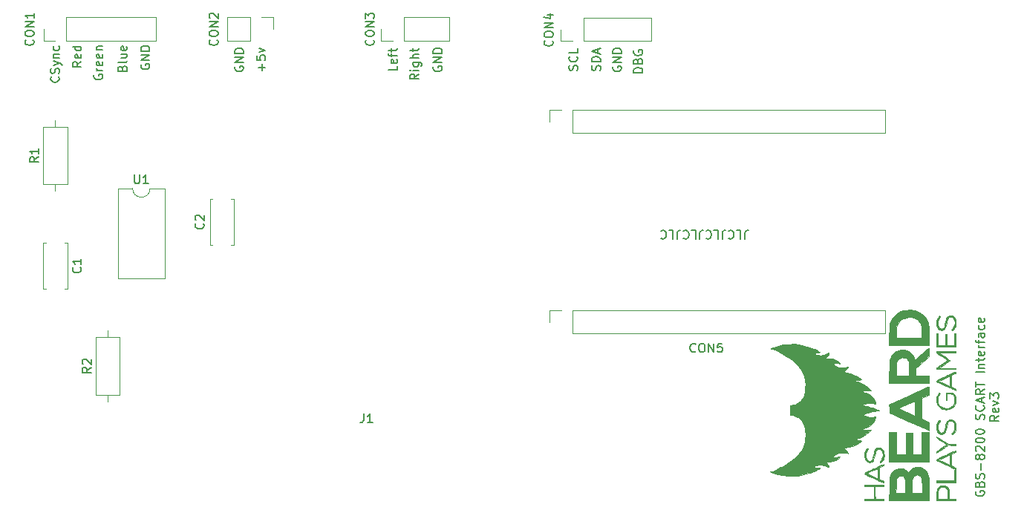
<source format=gbr>
G04 #@! TF.GenerationSoftware,KiCad,Pcbnew,(5.1.5)-3*
G04 #@! TF.CreationDate,2020-07-31T11:24:54+01:00*
G04 #@! TF.ProjectId,SCART_to_GBS8200,53434152-545f-4746-9f5f-474253383230,rev?*
G04 #@! TF.SameCoordinates,Original*
G04 #@! TF.FileFunction,Legend,Top*
G04 #@! TF.FilePolarity,Positive*
%FSLAX46Y46*%
G04 Gerber Fmt 4.6, Leading zero omitted, Abs format (unit mm)*
G04 Created by KiCad (PCBNEW (5.1.5)-3) date 2020-07-31 11:24:54*
%MOMM*%
%LPD*%
G04 APERTURE LIST*
%ADD10C,0.150000*%
%ADD11C,0.120000*%
%ADD12C,0.010000*%
G04 APERTURE END LIST*
D10*
X127452380Y-98461904D02*
X126452380Y-98461904D01*
X126452380Y-98223809D01*
X126500000Y-98080952D01*
X126595238Y-97985714D01*
X126690476Y-97938095D01*
X126880952Y-97890476D01*
X127023809Y-97890476D01*
X127214285Y-97938095D01*
X127309523Y-97985714D01*
X127404761Y-98080952D01*
X127452380Y-98223809D01*
X127452380Y-98461904D01*
X126928571Y-97128571D02*
X126976190Y-96985714D01*
X127023809Y-96938095D01*
X127119047Y-96890476D01*
X127261904Y-96890476D01*
X127357142Y-96938095D01*
X127404761Y-96985714D01*
X127452380Y-97080952D01*
X127452380Y-97461904D01*
X126452380Y-97461904D01*
X126452380Y-97128571D01*
X126500000Y-97033333D01*
X126547619Y-96985714D01*
X126642857Y-96938095D01*
X126738095Y-96938095D01*
X126833333Y-96985714D01*
X126880952Y-97033333D01*
X126928571Y-97128571D01*
X126928571Y-97461904D01*
X126500000Y-95938095D02*
X126452380Y-96033333D01*
X126452380Y-96176190D01*
X126500000Y-96319047D01*
X126595238Y-96414285D01*
X126690476Y-96461904D01*
X126880952Y-96509523D01*
X127023809Y-96509523D01*
X127214285Y-96461904D01*
X127309523Y-96414285D01*
X127404761Y-96319047D01*
X127452380Y-96176190D01*
X127452380Y-96080952D01*
X127404761Y-95938095D01*
X127357142Y-95890476D01*
X127023809Y-95890476D01*
X127023809Y-96080952D01*
X139119047Y-117447619D02*
X139119047Y-116733333D01*
X139166666Y-116590476D01*
X139261904Y-116495238D01*
X139404761Y-116447619D01*
X139500000Y-116447619D01*
X138166666Y-116447619D02*
X138642857Y-116447619D01*
X138642857Y-117447619D01*
X137261904Y-116542857D02*
X137309523Y-116495238D01*
X137452380Y-116447619D01*
X137547619Y-116447619D01*
X137690476Y-116495238D01*
X137785714Y-116590476D01*
X137833333Y-116685714D01*
X137880952Y-116876190D01*
X137880952Y-117019047D01*
X137833333Y-117209523D01*
X137785714Y-117304761D01*
X137690476Y-117400000D01*
X137547619Y-117447619D01*
X137452380Y-117447619D01*
X137309523Y-117400000D01*
X137261904Y-117352380D01*
X136547619Y-117447619D02*
X136547619Y-116733333D01*
X136595238Y-116590476D01*
X136690476Y-116495238D01*
X136833333Y-116447619D01*
X136928571Y-116447619D01*
X135595238Y-116447619D02*
X136071428Y-116447619D01*
X136071428Y-117447619D01*
X134690476Y-116542857D02*
X134738095Y-116495238D01*
X134880952Y-116447619D01*
X134976190Y-116447619D01*
X135119047Y-116495238D01*
X135214285Y-116590476D01*
X135261904Y-116685714D01*
X135309523Y-116876190D01*
X135309523Y-117019047D01*
X135261904Y-117209523D01*
X135214285Y-117304761D01*
X135119047Y-117400000D01*
X134976190Y-117447619D01*
X134880952Y-117447619D01*
X134738095Y-117400000D01*
X134690476Y-117352380D01*
X133976190Y-117447619D02*
X133976190Y-116733333D01*
X134023809Y-116590476D01*
X134119047Y-116495238D01*
X134261904Y-116447619D01*
X134357142Y-116447619D01*
X133023809Y-116447619D02*
X133500000Y-116447619D01*
X133500000Y-117447619D01*
X132119047Y-116542857D02*
X132166666Y-116495238D01*
X132309523Y-116447619D01*
X132404761Y-116447619D01*
X132547619Y-116495238D01*
X132642857Y-116590476D01*
X132690476Y-116685714D01*
X132738095Y-116876190D01*
X132738095Y-117019047D01*
X132690476Y-117209523D01*
X132642857Y-117304761D01*
X132547619Y-117400000D01*
X132404761Y-117447619D01*
X132309523Y-117447619D01*
X132166666Y-117400000D01*
X132119047Y-117352380D01*
X131404761Y-117447619D02*
X131404761Y-116733333D01*
X131452380Y-116590476D01*
X131547619Y-116495238D01*
X131690476Y-116447619D01*
X131785714Y-116447619D01*
X130452380Y-116447619D02*
X130928571Y-116447619D01*
X130928571Y-117447619D01*
X129547619Y-116542857D02*
X129595238Y-116495238D01*
X129738095Y-116447619D01*
X129833333Y-116447619D01*
X129976190Y-116495238D01*
X130071428Y-116590476D01*
X130119047Y-116685714D01*
X130166666Y-116876190D01*
X130166666Y-117019047D01*
X130119047Y-117209523D01*
X130071428Y-117304761D01*
X129976190Y-117400000D01*
X129833333Y-117447619D01*
X129738095Y-117447619D01*
X129595238Y-117400000D01*
X129547619Y-117352380D01*
X165475000Y-146195238D02*
X165427380Y-146290476D01*
X165427380Y-146433333D01*
X165475000Y-146576190D01*
X165570238Y-146671428D01*
X165665476Y-146719047D01*
X165855952Y-146766666D01*
X165998809Y-146766666D01*
X166189285Y-146719047D01*
X166284523Y-146671428D01*
X166379761Y-146576190D01*
X166427380Y-146433333D01*
X166427380Y-146338095D01*
X166379761Y-146195238D01*
X166332142Y-146147619D01*
X165998809Y-146147619D01*
X165998809Y-146338095D01*
X165903571Y-145385714D02*
X165951190Y-145242857D01*
X165998809Y-145195238D01*
X166094047Y-145147619D01*
X166236904Y-145147619D01*
X166332142Y-145195238D01*
X166379761Y-145242857D01*
X166427380Y-145338095D01*
X166427380Y-145719047D01*
X165427380Y-145719047D01*
X165427380Y-145385714D01*
X165475000Y-145290476D01*
X165522619Y-145242857D01*
X165617857Y-145195238D01*
X165713095Y-145195238D01*
X165808333Y-145242857D01*
X165855952Y-145290476D01*
X165903571Y-145385714D01*
X165903571Y-145719047D01*
X166379761Y-144766666D02*
X166427380Y-144623809D01*
X166427380Y-144385714D01*
X166379761Y-144290476D01*
X166332142Y-144242857D01*
X166236904Y-144195238D01*
X166141666Y-144195238D01*
X166046428Y-144242857D01*
X165998809Y-144290476D01*
X165951190Y-144385714D01*
X165903571Y-144576190D01*
X165855952Y-144671428D01*
X165808333Y-144719047D01*
X165713095Y-144766666D01*
X165617857Y-144766666D01*
X165522619Y-144719047D01*
X165475000Y-144671428D01*
X165427380Y-144576190D01*
X165427380Y-144338095D01*
X165475000Y-144195238D01*
X166046428Y-143766666D02*
X166046428Y-143004761D01*
X165855952Y-142385714D02*
X165808333Y-142480952D01*
X165760714Y-142528571D01*
X165665476Y-142576190D01*
X165617857Y-142576190D01*
X165522619Y-142528571D01*
X165475000Y-142480952D01*
X165427380Y-142385714D01*
X165427380Y-142195238D01*
X165475000Y-142100000D01*
X165522619Y-142052380D01*
X165617857Y-142004761D01*
X165665476Y-142004761D01*
X165760714Y-142052380D01*
X165808333Y-142100000D01*
X165855952Y-142195238D01*
X165855952Y-142385714D01*
X165903571Y-142480952D01*
X165951190Y-142528571D01*
X166046428Y-142576190D01*
X166236904Y-142576190D01*
X166332142Y-142528571D01*
X166379761Y-142480952D01*
X166427380Y-142385714D01*
X166427380Y-142195238D01*
X166379761Y-142100000D01*
X166332142Y-142052380D01*
X166236904Y-142004761D01*
X166046428Y-142004761D01*
X165951190Y-142052380D01*
X165903571Y-142100000D01*
X165855952Y-142195238D01*
X165522619Y-141623809D02*
X165475000Y-141576190D01*
X165427380Y-141480952D01*
X165427380Y-141242857D01*
X165475000Y-141147619D01*
X165522619Y-141100000D01*
X165617857Y-141052380D01*
X165713095Y-141052380D01*
X165855952Y-141100000D01*
X166427380Y-141671428D01*
X166427380Y-141052380D01*
X165427380Y-140433333D02*
X165427380Y-140338095D01*
X165475000Y-140242857D01*
X165522619Y-140195238D01*
X165617857Y-140147619D01*
X165808333Y-140100000D01*
X166046428Y-140100000D01*
X166236904Y-140147619D01*
X166332142Y-140195238D01*
X166379761Y-140242857D01*
X166427380Y-140338095D01*
X166427380Y-140433333D01*
X166379761Y-140528571D01*
X166332142Y-140576190D01*
X166236904Y-140623809D01*
X166046428Y-140671428D01*
X165808333Y-140671428D01*
X165617857Y-140623809D01*
X165522619Y-140576190D01*
X165475000Y-140528571D01*
X165427380Y-140433333D01*
X165427380Y-139480952D02*
X165427380Y-139385714D01*
X165475000Y-139290476D01*
X165522619Y-139242857D01*
X165617857Y-139195238D01*
X165808333Y-139147619D01*
X166046428Y-139147619D01*
X166236904Y-139195238D01*
X166332142Y-139242857D01*
X166379761Y-139290476D01*
X166427380Y-139385714D01*
X166427380Y-139480952D01*
X166379761Y-139576190D01*
X166332142Y-139623809D01*
X166236904Y-139671428D01*
X166046428Y-139719047D01*
X165808333Y-139719047D01*
X165617857Y-139671428D01*
X165522619Y-139623809D01*
X165475000Y-139576190D01*
X165427380Y-139480952D01*
X166379761Y-138004761D02*
X166427380Y-137861904D01*
X166427380Y-137623809D01*
X166379761Y-137528571D01*
X166332142Y-137480952D01*
X166236904Y-137433333D01*
X166141666Y-137433333D01*
X166046428Y-137480952D01*
X165998809Y-137528571D01*
X165951190Y-137623809D01*
X165903571Y-137814285D01*
X165855952Y-137909523D01*
X165808333Y-137957142D01*
X165713095Y-138004761D01*
X165617857Y-138004761D01*
X165522619Y-137957142D01*
X165475000Y-137909523D01*
X165427380Y-137814285D01*
X165427380Y-137576190D01*
X165475000Y-137433333D01*
X166332142Y-136433333D02*
X166379761Y-136480952D01*
X166427380Y-136623809D01*
X166427380Y-136719047D01*
X166379761Y-136861904D01*
X166284523Y-136957142D01*
X166189285Y-137004761D01*
X165998809Y-137052380D01*
X165855952Y-137052380D01*
X165665476Y-137004761D01*
X165570238Y-136957142D01*
X165475000Y-136861904D01*
X165427380Y-136719047D01*
X165427380Y-136623809D01*
X165475000Y-136480952D01*
X165522619Y-136433333D01*
X166141666Y-136052380D02*
X166141666Y-135576190D01*
X166427380Y-136147619D02*
X165427380Y-135814285D01*
X166427380Y-135480952D01*
X166427380Y-134576190D02*
X165951190Y-134909523D01*
X166427380Y-135147619D02*
X165427380Y-135147619D01*
X165427380Y-134766666D01*
X165475000Y-134671428D01*
X165522619Y-134623809D01*
X165617857Y-134576190D01*
X165760714Y-134576190D01*
X165855952Y-134623809D01*
X165903571Y-134671428D01*
X165951190Y-134766666D01*
X165951190Y-135147619D01*
X165427380Y-134290476D02*
X165427380Y-133719047D01*
X166427380Y-134004761D02*
X165427380Y-134004761D01*
X166427380Y-132623809D02*
X165427380Y-132623809D01*
X165760714Y-132147619D02*
X166427380Y-132147619D01*
X165855952Y-132147619D02*
X165808333Y-132100000D01*
X165760714Y-132004761D01*
X165760714Y-131861904D01*
X165808333Y-131766666D01*
X165903571Y-131719047D01*
X166427380Y-131719047D01*
X165760714Y-131385714D02*
X165760714Y-131004761D01*
X165427380Y-131242857D02*
X166284523Y-131242857D01*
X166379761Y-131195238D01*
X166427380Y-131100000D01*
X166427380Y-131004761D01*
X166379761Y-130290476D02*
X166427380Y-130385714D01*
X166427380Y-130576190D01*
X166379761Y-130671428D01*
X166284523Y-130719047D01*
X165903571Y-130719047D01*
X165808333Y-130671428D01*
X165760714Y-130576190D01*
X165760714Y-130385714D01*
X165808333Y-130290476D01*
X165903571Y-130242857D01*
X165998809Y-130242857D01*
X166094047Y-130719047D01*
X166427380Y-129814285D02*
X165760714Y-129814285D01*
X165951190Y-129814285D02*
X165855952Y-129766666D01*
X165808333Y-129719047D01*
X165760714Y-129623809D01*
X165760714Y-129528571D01*
X165760714Y-129338095D02*
X165760714Y-128957142D01*
X166427380Y-129195238D02*
X165570238Y-129195238D01*
X165475000Y-129147619D01*
X165427380Y-129052380D01*
X165427380Y-128957142D01*
X166427380Y-128195238D02*
X165903571Y-128195238D01*
X165808333Y-128242857D01*
X165760714Y-128338095D01*
X165760714Y-128528571D01*
X165808333Y-128623809D01*
X166379761Y-128195238D02*
X166427380Y-128290476D01*
X166427380Y-128528571D01*
X166379761Y-128623809D01*
X166284523Y-128671428D01*
X166189285Y-128671428D01*
X166094047Y-128623809D01*
X166046428Y-128528571D01*
X166046428Y-128290476D01*
X165998809Y-128195238D01*
X166379761Y-127290476D02*
X166427380Y-127385714D01*
X166427380Y-127576190D01*
X166379761Y-127671428D01*
X166332142Y-127719047D01*
X166236904Y-127766666D01*
X165951190Y-127766666D01*
X165855952Y-127719047D01*
X165808333Y-127671428D01*
X165760714Y-127576190D01*
X165760714Y-127385714D01*
X165808333Y-127290476D01*
X166379761Y-126480952D02*
X166427380Y-126576190D01*
X166427380Y-126766666D01*
X166379761Y-126861904D01*
X166284523Y-126909523D01*
X165903571Y-126909523D01*
X165808333Y-126861904D01*
X165760714Y-126766666D01*
X165760714Y-126576190D01*
X165808333Y-126480952D01*
X165903571Y-126433333D01*
X165998809Y-126433333D01*
X166094047Y-126909523D01*
X168077380Y-137576190D02*
X167601190Y-137909523D01*
X168077380Y-138147619D02*
X167077380Y-138147619D01*
X167077380Y-137766666D01*
X167125000Y-137671428D01*
X167172619Y-137623809D01*
X167267857Y-137576190D01*
X167410714Y-137576190D01*
X167505952Y-137623809D01*
X167553571Y-137671428D01*
X167601190Y-137766666D01*
X167601190Y-138147619D01*
X168029761Y-136766666D02*
X168077380Y-136861904D01*
X168077380Y-137052380D01*
X168029761Y-137147619D01*
X167934523Y-137195238D01*
X167553571Y-137195238D01*
X167458333Y-137147619D01*
X167410714Y-137052380D01*
X167410714Y-136861904D01*
X167458333Y-136766666D01*
X167553571Y-136719047D01*
X167648809Y-136719047D01*
X167744047Y-137195238D01*
X167410714Y-136385714D02*
X168077380Y-136147619D01*
X167410714Y-135909523D01*
X167077380Y-135623809D02*
X167077380Y-135004761D01*
X167458333Y-135338095D01*
X167458333Y-135195238D01*
X167505952Y-135100000D01*
X167553571Y-135052380D01*
X167648809Y-135004761D01*
X167886904Y-135004761D01*
X167982142Y-135052380D01*
X168029761Y-135100000D01*
X168077380Y-135195238D01*
X168077380Y-135480952D01*
X168029761Y-135576190D01*
X167982142Y-135623809D01*
X124100000Y-97761904D02*
X124052380Y-97857142D01*
X124052380Y-98000000D01*
X124100000Y-98142857D01*
X124195238Y-98238095D01*
X124290476Y-98285714D01*
X124480952Y-98333333D01*
X124623809Y-98333333D01*
X124814285Y-98285714D01*
X124909523Y-98238095D01*
X125004761Y-98142857D01*
X125052380Y-98000000D01*
X125052380Y-97904761D01*
X125004761Y-97761904D01*
X124957142Y-97714285D01*
X124623809Y-97714285D01*
X124623809Y-97904761D01*
X125052380Y-97285714D02*
X124052380Y-97285714D01*
X125052380Y-96714285D01*
X124052380Y-96714285D01*
X125052380Y-96238095D02*
X124052380Y-96238095D01*
X124052380Y-96000000D01*
X124100000Y-95857142D01*
X124195238Y-95761904D01*
X124290476Y-95714285D01*
X124480952Y-95666666D01*
X124623809Y-95666666D01*
X124814285Y-95714285D01*
X124909523Y-95761904D01*
X125004761Y-95857142D01*
X125052380Y-96000000D01*
X125052380Y-96238095D01*
X122604761Y-98214285D02*
X122652380Y-98071428D01*
X122652380Y-97833333D01*
X122604761Y-97738095D01*
X122557142Y-97690476D01*
X122461904Y-97642857D01*
X122366666Y-97642857D01*
X122271428Y-97690476D01*
X122223809Y-97738095D01*
X122176190Y-97833333D01*
X122128571Y-98023809D01*
X122080952Y-98119047D01*
X122033333Y-98166666D01*
X121938095Y-98214285D01*
X121842857Y-98214285D01*
X121747619Y-98166666D01*
X121700000Y-98119047D01*
X121652380Y-98023809D01*
X121652380Y-97785714D01*
X121700000Y-97642857D01*
X122652380Y-97214285D02*
X121652380Y-97214285D01*
X121652380Y-96976190D01*
X121700000Y-96833333D01*
X121795238Y-96738095D01*
X121890476Y-96690476D01*
X122080952Y-96642857D01*
X122223809Y-96642857D01*
X122414285Y-96690476D01*
X122509523Y-96738095D01*
X122604761Y-96833333D01*
X122652380Y-96976190D01*
X122652380Y-97214285D01*
X122366666Y-96261904D02*
X122366666Y-95785714D01*
X122652380Y-96357142D02*
X121652380Y-96023809D01*
X122652380Y-95690476D01*
X120004761Y-98190476D02*
X120052380Y-98047619D01*
X120052380Y-97809523D01*
X120004761Y-97714285D01*
X119957142Y-97666666D01*
X119861904Y-97619047D01*
X119766666Y-97619047D01*
X119671428Y-97666666D01*
X119623809Y-97714285D01*
X119576190Y-97809523D01*
X119528571Y-98000000D01*
X119480952Y-98095238D01*
X119433333Y-98142857D01*
X119338095Y-98190476D01*
X119242857Y-98190476D01*
X119147619Y-98142857D01*
X119100000Y-98095238D01*
X119052380Y-98000000D01*
X119052380Y-97761904D01*
X119100000Y-97619047D01*
X119957142Y-96619047D02*
X120004761Y-96666666D01*
X120052380Y-96809523D01*
X120052380Y-96904761D01*
X120004761Y-97047619D01*
X119909523Y-97142857D01*
X119814285Y-97190476D01*
X119623809Y-97238095D01*
X119480952Y-97238095D01*
X119290476Y-97190476D01*
X119195238Y-97142857D01*
X119100000Y-97047619D01*
X119052380Y-96904761D01*
X119052380Y-96809523D01*
X119100000Y-96666666D01*
X119147619Y-96619047D01*
X120052380Y-95714285D02*
X120052380Y-96190476D01*
X119052380Y-96190476D01*
X99452380Y-97690476D02*
X99452380Y-98166666D01*
X98452380Y-98166666D01*
X99404761Y-96976190D02*
X99452380Y-97071428D01*
X99452380Y-97261904D01*
X99404761Y-97357142D01*
X99309523Y-97404761D01*
X98928571Y-97404761D01*
X98833333Y-97357142D01*
X98785714Y-97261904D01*
X98785714Y-97071428D01*
X98833333Y-96976190D01*
X98928571Y-96928571D01*
X99023809Y-96928571D01*
X99119047Y-97404761D01*
X98785714Y-96642857D02*
X98785714Y-96261904D01*
X99452380Y-96500000D02*
X98595238Y-96500000D01*
X98500000Y-96452380D01*
X98452380Y-96357142D01*
X98452380Y-96261904D01*
X98785714Y-96071428D02*
X98785714Y-95690476D01*
X98452380Y-95928571D02*
X99309523Y-95928571D01*
X99404761Y-95880952D01*
X99452380Y-95785714D01*
X99452380Y-95690476D01*
X101952380Y-98619047D02*
X101476190Y-98952380D01*
X101952380Y-99190476D02*
X100952380Y-99190476D01*
X100952380Y-98809523D01*
X101000000Y-98714285D01*
X101047619Y-98666666D01*
X101142857Y-98619047D01*
X101285714Y-98619047D01*
X101380952Y-98666666D01*
X101428571Y-98714285D01*
X101476190Y-98809523D01*
X101476190Y-99190476D01*
X101952380Y-98190476D02*
X101285714Y-98190476D01*
X100952380Y-98190476D02*
X101000000Y-98238095D01*
X101047619Y-98190476D01*
X101000000Y-98142857D01*
X100952380Y-98190476D01*
X101047619Y-98190476D01*
X101285714Y-97285714D02*
X102095238Y-97285714D01*
X102190476Y-97333333D01*
X102238095Y-97380952D01*
X102285714Y-97476190D01*
X102285714Y-97619047D01*
X102238095Y-97714285D01*
X101904761Y-97285714D02*
X101952380Y-97380952D01*
X101952380Y-97571428D01*
X101904761Y-97666666D01*
X101857142Y-97714285D01*
X101761904Y-97761904D01*
X101476190Y-97761904D01*
X101380952Y-97714285D01*
X101333333Y-97666666D01*
X101285714Y-97571428D01*
X101285714Y-97380952D01*
X101333333Y-97285714D01*
X101952380Y-96809523D02*
X100952380Y-96809523D01*
X101952380Y-96380952D02*
X101428571Y-96380952D01*
X101333333Y-96428571D01*
X101285714Y-96523809D01*
X101285714Y-96666666D01*
X101333333Y-96761904D01*
X101380952Y-96809523D01*
X101285714Y-96047619D02*
X101285714Y-95666666D01*
X100952380Y-95904761D02*
X101809523Y-95904761D01*
X101904761Y-95857142D01*
X101952380Y-95761904D01*
X101952380Y-95666666D01*
X103642000Y-97761904D02*
X103594380Y-97857142D01*
X103594380Y-98000000D01*
X103642000Y-98142857D01*
X103737238Y-98238095D01*
X103832476Y-98285714D01*
X104022952Y-98333333D01*
X104165809Y-98333333D01*
X104356285Y-98285714D01*
X104451523Y-98238095D01*
X104546761Y-98142857D01*
X104594380Y-98000000D01*
X104594380Y-97904761D01*
X104546761Y-97761904D01*
X104499142Y-97714285D01*
X104165809Y-97714285D01*
X104165809Y-97904761D01*
X104594380Y-97285714D02*
X103594380Y-97285714D01*
X104594380Y-96714285D01*
X103594380Y-96714285D01*
X104594380Y-96238095D02*
X103594380Y-96238095D01*
X103594380Y-96000000D01*
X103642000Y-95857142D01*
X103737238Y-95761904D01*
X103832476Y-95714285D01*
X104022952Y-95666666D01*
X104165809Y-95666666D01*
X104356285Y-95714285D01*
X104451523Y-95761904D01*
X104546761Y-95857142D01*
X104594380Y-96000000D01*
X104594380Y-96238095D01*
X70300000Y-97511904D02*
X70252380Y-97607142D01*
X70252380Y-97750000D01*
X70300000Y-97892857D01*
X70395238Y-97988095D01*
X70490476Y-98035714D01*
X70680952Y-98083333D01*
X70823809Y-98083333D01*
X71014285Y-98035714D01*
X71109523Y-97988095D01*
X71204761Y-97892857D01*
X71252380Y-97750000D01*
X71252380Y-97654761D01*
X71204761Y-97511904D01*
X71157142Y-97464285D01*
X70823809Y-97464285D01*
X70823809Y-97654761D01*
X71252380Y-97035714D02*
X70252380Y-97035714D01*
X71252380Y-96464285D01*
X70252380Y-96464285D01*
X71252380Y-95988095D02*
X70252380Y-95988095D01*
X70252380Y-95750000D01*
X70300000Y-95607142D01*
X70395238Y-95511904D01*
X70490476Y-95464285D01*
X70680952Y-95416666D01*
X70823809Y-95416666D01*
X71014285Y-95464285D01*
X71109523Y-95511904D01*
X71204761Y-95607142D01*
X71252380Y-95750000D01*
X71252380Y-95988095D01*
X68128571Y-97971428D02*
X68176190Y-97828571D01*
X68223809Y-97780952D01*
X68319047Y-97733333D01*
X68461904Y-97733333D01*
X68557142Y-97780952D01*
X68604761Y-97828571D01*
X68652380Y-97923809D01*
X68652380Y-98304761D01*
X67652380Y-98304761D01*
X67652380Y-97971428D01*
X67700000Y-97876190D01*
X67747619Y-97828571D01*
X67842857Y-97780952D01*
X67938095Y-97780952D01*
X68033333Y-97828571D01*
X68080952Y-97876190D01*
X68128571Y-97971428D01*
X68128571Y-98304761D01*
X68652380Y-97161904D02*
X68604761Y-97257142D01*
X68509523Y-97304761D01*
X67652380Y-97304761D01*
X67985714Y-96352380D02*
X68652380Y-96352380D01*
X67985714Y-96780952D02*
X68509523Y-96780952D01*
X68604761Y-96733333D01*
X68652380Y-96638095D01*
X68652380Y-96495238D01*
X68604761Y-96400000D01*
X68557142Y-96352380D01*
X68604761Y-95495238D02*
X68652380Y-95590476D01*
X68652380Y-95780952D01*
X68604761Y-95876190D01*
X68509523Y-95923809D01*
X68128571Y-95923809D01*
X68033333Y-95876190D01*
X67985714Y-95780952D01*
X67985714Y-95590476D01*
X68033333Y-95495238D01*
X68128571Y-95447619D01*
X68223809Y-95447619D01*
X68319047Y-95923809D01*
X64950000Y-98707142D02*
X64902380Y-98802380D01*
X64902380Y-98945238D01*
X64950000Y-99088095D01*
X65045238Y-99183333D01*
X65140476Y-99230952D01*
X65330952Y-99278571D01*
X65473809Y-99278571D01*
X65664285Y-99230952D01*
X65759523Y-99183333D01*
X65854761Y-99088095D01*
X65902380Y-98945238D01*
X65902380Y-98850000D01*
X65854761Y-98707142D01*
X65807142Y-98659523D01*
X65473809Y-98659523D01*
X65473809Y-98850000D01*
X65902380Y-98230952D02*
X65235714Y-98230952D01*
X65426190Y-98230952D02*
X65330952Y-98183333D01*
X65283333Y-98135714D01*
X65235714Y-98040476D01*
X65235714Y-97945238D01*
X65854761Y-97230952D02*
X65902380Y-97326190D01*
X65902380Y-97516666D01*
X65854761Y-97611904D01*
X65759523Y-97659523D01*
X65378571Y-97659523D01*
X65283333Y-97611904D01*
X65235714Y-97516666D01*
X65235714Y-97326190D01*
X65283333Y-97230952D01*
X65378571Y-97183333D01*
X65473809Y-97183333D01*
X65569047Y-97659523D01*
X65854761Y-96373809D02*
X65902380Y-96469047D01*
X65902380Y-96659523D01*
X65854761Y-96754761D01*
X65759523Y-96802380D01*
X65378571Y-96802380D01*
X65283333Y-96754761D01*
X65235714Y-96659523D01*
X65235714Y-96469047D01*
X65283333Y-96373809D01*
X65378571Y-96326190D01*
X65473809Y-96326190D01*
X65569047Y-96802380D01*
X65235714Y-95897619D02*
X65902380Y-95897619D01*
X65330952Y-95897619D02*
X65283333Y-95850000D01*
X65235714Y-95754761D01*
X65235714Y-95611904D01*
X65283333Y-95516666D01*
X65378571Y-95469047D01*
X65902380Y-95469047D01*
X63452380Y-97209428D02*
X62976190Y-97542761D01*
X63452380Y-97780857D02*
X62452380Y-97780857D01*
X62452380Y-97399904D01*
X62500000Y-97304666D01*
X62547619Y-97257047D01*
X62642857Y-97209428D01*
X62785714Y-97209428D01*
X62880952Y-97257047D01*
X62928571Y-97304666D01*
X62976190Y-97399904D01*
X62976190Y-97780857D01*
X63404761Y-96399904D02*
X63452380Y-96495142D01*
X63452380Y-96685619D01*
X63404761Y-96780857D01*
X63309523Y-96828476D01*
X62928571Y-96828476D01*
X62833333Y-96780857D01*
X62785714Y-96685619D01*
X62785714Y-96495142D01*
X62833333Y-96399904D01*
X62928571Y-96352285D01*
X63023809Y-96352285D01*
X63119047Y-96828476D01*
X63452380Y-95495142D02*
X62452380Y-95495142D01*
X63404761Y-95495142D02*
X63452380Y-95590380D01*
X63452380Y-95780857D01*
X63404761Y-95876095D01*
X63357142Y-95923714D01*
X63261904Y-95971333D01*
X62976190Y-95971333D01*
X62880952Y-95923714D01*
X62833333Y-95876095D01*
X62785714Y-95780857D01*
X62785714Y-95590380D01*
X62833333Y-95495142D01*
X60857142Y-98928571D02*
X60904761Y-98976190D01*
X60952380Y-99119047D01*
X60952380Y-99214285D01*
X60904761Y-99357142D01*
X60809523Y-99452380D01*
X60714285Y-99500000D01*
X60523809Y-99547619D01*
X60380952Y-99547619D01*
X60190476Y-99500000D01*
X60095238Y-99452380D01*
X60000000Y-99357142D01*
X59952380Y-99214285D01*
X59952380Y-99119047D01*
X60000000Y-98976190D01*
X60047619Y-98928571D01*
X60904761Y-98547619D02*
X60952380Y-98404761D01*
X60952380Y-98166666D01*
X60904761Y-98071428D01*
X60857142Y-98023809D01*
X60761904Y-97976190D01*
X60666666Y-97976190D01*
X60571428Y-98023809D01*
X60523809Y-98071428D01*
X60476190Y-98166666D01*
X60428571Y-98357142D01*
X60380952Y-98452380D01*
X60333333Y-98500000D01*
X60238095Y-98547619D01*
X60142857Y-98547619D01*
X60047619Y-98500000D01*
X60000000Y-98452380D01*
X59952380Y-98357142D01*
X59952380Y-98119047D01*
X60000000Y-97976190D01*
X60285714Y-97642857D02*
X60952380Y-97404761D01*
X60285714Y-97166666D02*
X60952380Y-97404761D01*
X61190476Y-97500000D01*
X61238095Y-97547619D01*
X61285714Y-97642857D01*
X60285714Y-96785714D02*
X60952380Y-96785714D01*
X60380952Y-96785714D02*
X60333333Y-96738095D01*
X60285714Y-96642857D01*
X60285714Y-96500000D01*
X60333333Y-96404761D01*
X60428571Y-96357142D01*
X60952380Y-96357142D01*
X60904761Y-95452380D02*
X60952380Y-95547619D01*
X60952380Y-95738095D01*
X60904761Y-95833333D01*
X60857142Y-95880952D01*
X60761904Y-95928571D01*
X60476190Y-95928571D01*
X60380952Y-95880952D01*
X60333333Y-95833333D01*
X60285714Y-95738095D01*
X60285714Y-95547619D01*
X60333333Y-95452380D01*
X81000000Y-97761904D02*
X80952380Y-97857142D01*
X80952380Y-98000000D01*
X81000000Y-98142857D01*
X81095238Y-98238095D01*
X81190476Y-98285714D01*
X81380952Y-98333333D01*
X81523809Y-98333333D01*
X81714285Y-98285714D01*
X81809523Y-98238095D01*
X81904761Y-98142857D01*
X81952380Y-98000000D01*
X81952380Y-97904761D01*
X81904761Y-97761904D01*
X81857142Y-97714285D01*
X81523809Y-97714285D01*
X81523809Y-97904761D01*
X81952380Y-97285714D02*
X80952380Y-97285714D01*
X81952380Y-96714285D01*
X80952380Y-96714285D01*
X81952380Y-96238095D02*
X80952380Y-96238095D01*
X80952380Y-96000000D01*
X81000000Y-95857142D01*
X81095238Y-95761904D01*
X81190476Y-95714285D01*
X81380952Y-95666666D01*
X81523809Y-95666666D01*
X81714285Y-95714285D01*
X81809523Y-95761904D01*
X81904761Y-95857142D01*
X81952380Y-96000000D01*
X81952380Y-96238095D01*
X84071428Y-98238095D02*
X84071428Y-97476190D01*
X84452380Y-97857142D02*
X83690476Y-97857142D01*
X83452380Y-96523809D02*
X83452380Y-97000000D01*
X83928571Y-97047619D01*
X83880952Y-97000000D01*
X83833333Y-96904761D01*
X83833333Y-96666666D01*
X83880952Y-96571428D01*
X83928571Y-96523809D01*
X84023809Y-96476190D01*
X84261904Y-96476190D01*
X84357142Y-96523809D01*
X84404761Y-96571428D01*
X84452380Y-96666666D01*
X84452380Y-96904761D01*
X84404761Y-97000000D01*
X84357142Y-97047619D01*
X83785714Y-96142857D02*
X84452380Y-95904761D01*
X83785714Y-95666666D01*
D11*
X119490000Y-105370000D02*
X155110000Y-105370000D01*
X119490000Y-102710000D02*
X155110000Y-102710000D01*
X116890000Y-104040000D02*
X116890000Y-102710000D01*
X119490000Y-105370000D02*
X119490000Y-102710000D01*
X155110000Y-105370000D02*
X155110000Y-102710000D01*
X116890000Y-102710000D02*
X118220000Y-102710000D01*
X116890000Y-126900000D02*
X116890000Y-125570000D01*
X116890000Y-125570000D02*
X118220000Y-125570000D01*
X119490000Y-125570000D02*
X155110000Y-125570000D01*
X155110000Y-128230000D02*
X155110000Y-125570000D01*
X119490000Y-128230000D02*
X155110000Y-128230000D01*
X119490000Y-128230000D02*
X119490000Y-125570000D01*
D12*
G36*
X142155918Y-143952489D02*
G01*
X142296332Y-143920478D01*
X142468841Y-143859135D01*
X142677720Y-143766506D01*
X142927243Y-143640634D01*
X143221686Y-143479563D01*
X143353969Y-143404283D01*
X143754472Y-143167733D01*
X144102505Y-142947286D01*
X144405223Y-142737204D01*
X144669781Y-142531748D01*
X144903334Y-142325178D01*
X145113038Y-142111758D01*
X145306047Y-141885748D01*
X145401704Y-141761991D01*
X145606694Y-141465258D01*
X145766262Y-141178220D01*
X145884013Y-140888616D01*
X145963552Y-140584181D01*
X146008481Y-140252652D01*
X146022405Y-139881765D01*
X146018396Y-139663546D01*
X145998133Y-139306992D01*
X145961785Y-139003942D01*
X145906439Y-138745779D01*
X145829178Y-138523888D01*
X145727090Y-138329652D01*
X145597257Y-138154455D01*
X145459173Y-138010540D01*
X145190697Y-137795530D01*
X144905940Y-137641443D01*
X144605673Y-137548669D01*
X144504506Y-137531733D01*
X144249749Y-137497625D01*
X144249749Y-136948813D01*
X144249750Y-136400000D01*
X144352937Y-136399531D01*
X144605524Y-136369352D01*
X144864635Y-136286250D01*
X145118245Y-136158035D01*
X145354328Y-135992515D01*
X145560860Y-135797499D01*
X145725816Y-135580794D01*
X145788739Y-135467173D01*
X145852901Y-135315600D01*
X145911907Y-135143676D01*
X145949542Y-135003000D01*
X145975811Y-134841364D01*
X145996747Y-134635348D01*
X146011825Y-134401886D01*
X146020518Y-134157912D01*
X146022302Y-133920360D01*
X146016651Y-133706165D01*
X146003040Y-133532259D01*
X145996598Y-133485887D01*
X145900456Y-133083854D01*
X145743566Y-132694116D01*
X145525630Y-132316316D01*
X145246352Y-131950094D01*
X144905437Y-131595091D01*
X144502587Y-131250950D01*
X144037507Y-130917312D01*
X143696563Y-130702835D01*
X143335649Y-130491635D01*
X143014696Y-130314007D01*
X142735646Y-130170876D01*
X142500443Y-130063170D01*
X142311032Y-129991815D01*
X142169355Y-129957737D01*
X142127054Y-129954750D01*
X142075490Y-129948470D01*
X142076462Y-129928743D01*
X142132058Y-129894239D01*
X142244367Y-129843626D01*
X142397470Y-129782505D01*
X142943722Y-129605438D01*
X143509223Y-129487185D01*
X144089517Y-129427649D01*
X144680151Y-129426735D01*
X145276671Y-129484344D01*
X145874621Y-129600382D01*
X146469549Y-129774752D01*
X146746559Y-129876713D01*
X146901421Y-129940342D01*
X147065734Y-130012633D01*
X147229207Y-130088485D01*
X147381549Y-130162797D01*
X147512468Y-130230472D01*
X147611673Y-130286408D01*
X147668872Y-130325506D01*
X147678750Y-130338642D01*
X147649258Y-130350316D01*
X147568698Y-130368111D01*
X147448938Y-130389719D01*
X147301846Y-130412835D01*
X147282233Y-130415700D01*
X147106711Y-130442964D01*
X146992842Y-130467070D01*
X146939116Y-130491398D01*
X146944022Y-130519327D01*
X147006049Y-130554238D01*
X147123689Y-130599510D01*
X147189790Y-130622589D01*
X147488036Y-130692205D01*
X147794905Y-130700268D01*
X148105239Y-130647212D01*
X148413878Y-130533470D01*
X148448429Y-130516815D01*
X148557854Y-130464213D01*
X148623803Y-130438425D01*
X148659072Y-130436840D01*
X148676459Y-130456849D01*
X148680983Y-130469393D01*
X148686576Y-130588672D01*
X148634666Y-130717687D01*
X148529335Y-130850690D01*
X148374662Y-130981934D01*
X148266125Y-131053669D01*
X148181907Y-131106679D01*
X148133445Y-131141118D01*
X148129467Y-131150671D01*
X148133815Y-131149375D01*
X148190175Y-131136947D01*
X148291863Y-131120488D01*
X148421074Y-131102760D01*
X148484686Y-131094959D01*
X148813518Y-131081498D01*
X149123801Y-131118854D01*
X149408149Y-131204885D01*
X149659179Y-131337447D01*
X149845860Y-131490090D01*
X149921010Y-131568303D01*
X149972133Y-131627667D01*
X149988642Y-131655845D01*
X149988392Y-131656191D01*
X149954424Y-131654354D01*
X149873474Y-131639438D01*
X149760036Y-131614280D01*
X149699135Y-131599604D01*
X149513321Y-131563609D01*
X149373142Y-131557291D01*
X149281374Y-131579326D01*
X149240793Y-131628388D01*
X149254175Y-131703151D01*
X149309735Y-131785541D01*
X149428414Y-131890322D01*
X149591336Y-131983782D01*
X149779262Y-132055985D01*
X149885375Y-132082845D01*
X150041807Y-132101666D01*
X150234039Y-132105607D01*
X150436400Y-132095708D01*
X150623217Y-132073014D01*
X150737664Y-132048229D01*
X150818548Y-132030255D01*
X150870077Y-132027700D01*
X150876223Y-132030391D01*
X150873081Y-132067767D01*
X150837182Y-132136002D01*
X150779103Y-132219538D01*
X150709421Y-132302815D01*
X150653806Y-132357593D01*
X150560480Y-132426898D01*
X150439272Y-132492164D01*
X150274703Y-132561485D01*
X150234625Y-132576774D01*
X150221566Y-132592106D01*
X150266152Y-132607754D01*
X150370992Y-132624518D01*
X150404015Y-132628629D01*
X150758013Y-132689146D01*
X151124623Y-132784167D01*
X151477021Y-132905846D01*
X151727857Y-133015728D01*
X151891248Y-133100655D01*
X152045890Y-133189839D01*
X152182812Y-133277111D01*
X152293046Y-133356304D01*
X152367622Y-133421250D01*
X152397569Y-133465779D01*
X152395984Y-133475183D01*
X152360149Y-133488250D01*
X152274110Y-133505254D01*
X152150865Y-133523969D01*
X152007309Y-133541736D01*
X151852169Y-133560313D01*
X151713550Y-133579254D01*
X151607556Y-133596213D01*
X151553465Y-133607815D01*
X151472875Y-133632293D01*
X151556635Y-133635022D01*
X151653761Y-133648853D01*
X151792821Y-133682313D01*
X151957285Y-133730250D01*
X152130621Y-133787518D01*
X152296296Y-133848965D01*
X152437779Y-133909444D01*
X152437911Y-133909506D01*
X152809747Y-134114745D01*
X153138536Y-134361844D01*
X153314375Y-134528054D01*
X153413738Y-134632580D01*
X153469331Y-134698661D01*
X153484258Y-134730693D01*
X153461619Y-134733070D01*
X153458395Y-134732147D01*
X153242109Y-134691172D01*
X152995362Y-134683804D01*
X152741005Y-134709147D01*
X152501888Y-134766306D01*
X152490567Y-134770042D01*
X152330125Y-134823788D01*
X152536500Y-134862855D01*
X152888137Y-134953181D01*
X153198518Y-135082174D01*
X153463611Y-135247501D01*
X153679389Y-135446829D01*
X153786884Y-135586835D01*
X153867858Y-135725708D01*
X153939691Y-135879351D01*
X153994678Y-136028325D01*
X154025114Y-136153192D01*
X154028750Y-136197044D01*
X154028750Y-136269896D01*
X153893812Y-136208645D01*
X153755570Y-136168552D01*
X153571808Y-136148824D01*
X153357232Y-136149709D01*
X153126552Y-136171454D01*
X152992411Y-136193484D01*
X152821470Y-136229780D01*
X152672398Y-136268202D01*
X152555073Y-136305560D01*
X152479371Y-136338664D01*
X152455172Y-136364323D01*
X152456166Y-136366699D01*
X152494080Y-136384920D01*
X152573710Y-136403754D01*
X152629341Y-136412559D01*
X152729879Y-136431789D01*
X152872020Y-136467062D01*
X153045875Y-136515176D01*
X153241556Y-136572928D01*
X153449175Y-136637114D01*
X153658843Y-136704531D01*
X153860671Y-136771977D01*
X154044773Y-136836248D01*
X154201258Y-136894142D01*
X154320239Y-136942455D01*
X154391828Y-136977985D01*
X154404724Y-136987642D01*
X154385410Y-136996377D01*
X154319053Y-137002042D01*
X154257657Y-137003250D01*
X154099981Y-137016500D01*
X153896278Y-137054104D01*
X153657722Y-137112845D01*
X153395488Y-137189505D01*
X153120750Y-137280866D01*
X152844683Y-137383711D01*
X152632226Y-137471295D01*
X152489827Y-137532816D01*
X152743351Y-137616282D01*
X153061064Y-137707092D01*
X153344246Y-137759643D01*
X153588780Y-137773607D01*
X153790550Y-137748659D01*
X153903633Y-137708120D01*
X154028750Y-137646217D01*
X154028750Y-137716638D01*
X154018609Y-137785104D01*
X153992509Y-137886535D01*
X153968531Y-137962088D01*
X153841438Y-138237130D01*
X153662428Y-138476866D01*
X153433289Y-138679876D01*
X153155806Y-138844736D01*
X152831767Y-138970027D01*
X152637396Y-139020878D01*
X152331892Y-139088961D01*
X152505633Y-139148969D01*
X152625574Y-139177292D01*
X152786183Y-139197628D01*
X152967275Y-139209263D01*
X153148664Y-139211480D01*
X153310163Y-139203566D01*
X153431586Y-139184804D01*
X153441375Y-139182121D01*
X153485441Y-139171516D01*
X153499087Y-139178556D01*
X153478391Y-139210851D01*
X153419432Y-139276012D01*
X153362000Y-139336197D01*
X153034461Y-139632521D01*
X152671928Y-139876555D01*
X152488875Y-139973224D01*
X152328829Y-140044595D01*
X152150550Y-140113982D01*
X151969234Y-140176475D01*
X151800078Y-140227165D01*
X151658280Y-140261143D01*
X151559281Y-140273500D01*
X151494033Y-140276751D01*
X151488681Y-140286011D01*
X151539983Y-140300550D01*
X151644695Y-140319632D01*
X151799572Y-140342524D01*
X151952951Y-140362532D01*
X152111339Y-140384388D01*
X152244198Y-140406756D01*
X152340282Y-140427430D01*
X152388347Y-140444201D01*
X152391750Y-140448664D01*
X152363695Y-140490831D01*
X152290065Y-140555096D01*
X152181499Y-140634028D01*
X152048638Y-140720195D01*
X151902123Y-140806167D01*
X151806250Y-140857578D01*
X151406307Y-141033941D01*
X150973075Y-141171387D01*
X150527724Y-141263658D01*
X150358171Y-141285741D01*
X150139375Y-141309352D01*
X150278793Y-141349482D01*
X150454857Y-141420442D01*
X150616765Y-141522094D01*
X150714610Y-141611139D01*
X150777862Y-141688923D01*
X150834114Y-141769657D01*
X150872667Y-141836525D01*
X150882820Y-141872710D01*
X150881863Y-141873991D01*
X150847163Y-141873822D01*
X150765690Y-141863668D01*
X150653019Y-141845579D01*
X150615625Y-141838942D01*
X150318583Y-141804662D01*
X150037204Y-141810174D01*
X149784056Y-141854431D01*
X149596212Y-141923811D01*
X149458505Y-142003744D01*
X149344757Y-142092822D01*
X149266353Y-142180433D01*
X149234674Y-142255968D01*
X149234500Y-142260992D01*
X149260502Y-142306975D01*
X149312394Y-142342353D01*
X149393512Y-142356322D01*
X149514828Y-142350292D01*
X149657281Y-142327081D01*
X149801810Y-142289509D01*
X149893312Y-142256462D01*
X149965324Y-142232660D01*
X149990344Y-142242081D01*
X149967829Y-142286872D01*
X149897235Y-142369179D01*
X149852999Y-142415573D01*
X149651727Y-142578967D01*
X149407564Y-142703819D01*
X149130061Y-142787400D01*
X148828765Y-142826982D01*
X148513225Y-142819836D01*
X148459400Y-142813845D01*
X148328432Y-142796466D01*
X148217151Y-142779695D01*
X148144162Y-142766406D01*
X148131586Y-142763254D01*
X148125500Y-142767125D01*
X148166556Y-142794249D01*
X148229373Y-142829698D01*
X148395246Y-142937489D01*
X148530628Y-143060931D01*
X148628551Y-143190577D01*
X148682044Y-143316980D01*
X148684138Y-143430691D01*
X148680983Y-143441858D01*
X148667000Y-143469284D01*
X148639929Y-143476081D01*
X148586982Y-143459629D01*
X148495371Y-143417310D01*
X148448429Y-143394232D01*
X148149646Y-143276524D01*
X147847171Y-143215071D01*
X147551337Y-143211733D01*
X147481117Y-143219981D01*
X147325018Y-143251533D01*
X147166014Y-143298170D01*
X147052492Y-143343268D01*
X146869125Y-143431157D01*
X147273937Y-143492709D01*
X147425217Y-143517391D01*
X147550787Y-143541078D01*
X147638914Y-143561317D01*
X147677863Y-143575657D01*
X147678749Y-143577321D01*
X147650730Y-143605352D01*
X147573012Y-143652034D01*
X147455104Y-143713073D01*
X147306516Y-143784173D01*
X147136758Y-143861039D01*
X146955340Y-143939375D01*
X146771771Y-144014885D01*
X146595561Y-144083276D01*
X146436220Y-144140250D01*
X146421668Y-144145125D01*
X145799363Y-144322423D01*
X145186204Y-144437430D01*
X144582759Y-144490151D01*
X143989599Y-144480593D01*
X143407294Y-144408760D01*
X142836414Y-144274658D01*
X142344750Y-144105465D01*
X142011375Y-143973170D01*
X142155918Y-143952489D01*
G37*
X142155918Y-143952489D02*
X142296332Y-143920478D01*
X142468841Y-143859135D01*
X142677720Y-143766506D01*
X142927243Y-143640634D01*
X143221686Y-143479563D01*
X143353969Y-143404283D01*
X143754472Y-143167733D01*
X144102505Y-142947286D01*
X144405223Y-142737204D01*
X144669781Y-142531748D01*
X144903334Y-142325178D01*
X145113038Y-142111758D01*
X145306047Y-141885748D01*
X145401704Y-141761991D01*
X145606694Y-141465258D01*
X145766262Y-141178220D01*
X145884013Y-140888616D01*
X145963552Y-140584181D01*
X146008481Y-140252652D01*
X146022405Y-139881765D01*
X146018396Y-139663546D01*
X145998133Y-139306992D01*
X145961785Y-139003942D01*
X145906439Y-138745779D01*
X145829178Y-138523888D01*
X145727090Y-138329652D01*
X145597257Y-138154455D01*
X145459173Y-138010540D01*
X145190697Y-137795530D01*
X144905940Y-137641443D01*
X144605673Y-137548669D01*
X144504506Y-137531733D01*
X144249749Y-137497625D01*
X144249749Y-136948813D01*
X144249750Y-136400000D01*
X144352937Y-136399531D01*
X144605524Y-136369352D01*
X144864635Y-136286250D01*
X145118245Y-136158035D01*
X145354328Y-135992515D01*
X145560860Y-135797499D01*
X145725816Y-135580794D01*
X145788739Y-135467173D01*
X145852901Y-135315600D01*
X145911907Y-135143676D01*
X145949542Y-135003000D01*
X145975811Y-134841364D01*
X145996747Y-134635348D01*
X146011825Y-134401886D01*
X146020518Y-134157912D01*
X146022302Y-133920360D01*
X146016651Y-133706165D01*
X146003040Y-133532259D01*
X145996598Y-133485887D01*
X145900456Y-133083854D01*
X145743566Y-132694116D01*
X145525630Y-132316316D01*
X145246352Y-131950094D01*
X144905437Y-131595091D01*
X144502587Y-131250950D01*
X144037507Y-130917312D01*
X143696563Y-130702835D01*
X143335649Y-130491635D01*
X143014696Y-130314007D01*
X142735646Y-130170876D01*
X142500443Y-130063170D01*
X142311032Y-129991815D01*
X142169355Y-129957737D01*
X142127054Y-129954750D01*
X142075490Y-129948470D01*
X142076462Y-129928743D01*
X142132058Y-129894239D01*
X142244367Y-129843626D01*
X142397470Y-129782505D01*
X142943722Y-129605438D01*
X143509223Y-129487185D01*
X144089517Y-129427649D01*
X144680151Y-129426735D01*
X145276671Y-129484344D01*
X145874621Y-129600382D01*
X146469549Y-129774752D01*
X146746559Y-129876713D01*
X146901421Y-129940342D01*
X147065734Y-130012633D01*
X147229207Y-130088485D01*
X147381549Y-130162797D01*
X147512468Y-130230472D01*
X147611673Y-130286408D01*
X147668872Y-130325506D01*
X147678750Y-130338642D01*
X147649258Y-130350316D01*
X147568698Y-130368111D01*
X147448938Y-130389719D01*
X147301846Y-130412835D01*
X147282233Y-130415700D01*
X147106711Y-130442964D01*
X146992842Y-130467070D01*
X146939116Y-130491398D01*
X146944022Y-130519327D01*
X147006049Y-130554238D01*
X147123689Y-130599510D01*
X147189790Y-130622589D01*
X147488036Y-130692205D01*
X147794905Y-130700268D01*
X148105239Y-130647212D01*
X148413878Y-130533470D01*
X148448429Y-130516815D01*
X148557854Y-130464213D01*
X148623803Y-130438425D01*
X148659072Y-130436840D01*
X148676459Y-130456849D01*
X148680983Y-130469393D01*
X148686576Y-130588672D01*
X148634666Y-130717687D01*
X148529335Y-130850690D01*
X148374662Y-130981934D01*
X148266125Y-131053669D01*
X148181907Y-131106679D01*
X148133445Y-131141118D01*
X148129467Y-131150671D01*
X148133815Y-131149375D01*
X148190175Y-131136947D01*
X148291863Y-131120488D01*
X148421074Y-131102760D01*
X148484686Y-131094959D01*
X148813518Y-131081498D01*
X149123801Y-131118854D01*
X149408149Y-131204885D01*
X149659179Y-131337447D01*
X149845860Y-131490090D01*
X149921010Y-131568303D01*
X149972133Y-131627667D01*
X149988642Y-131655845D01*
X149988392Y-131656191D01*
X149954424Y-131654354D01*
X149873474Y-131639438D01*
X149760036Y-131614280D01*
X149699135Y-131599604D01*
X149513321Y-131563609D01*
X149373142Y-131557291D01*
X149281374Y-131579326D01*
X149240793Y-131628388D01*
X149254175Y-131703151D01*
X149309735Y-131785541D01*
X149428414Y-131890322D01*
X149591336Y-131983782D01*
X149779262Y-132055985D01*
X149885375Y-132082845D01*
X150041807Y-132101666D01*
X150234039Y-132105607D01*
X150436400Y-132095708D01*
X150623217Y-132073014D01*
X150737664Y-132048229D01*
X150818548Y-132030255D01*
X150870077Y-132027700D01*
X150876223Y-132030391D01*
X150873081Y-132067767D01*
X150837182Y-132136002D01*
X150779103Y-132219538D01*
X150709421Y-132302815D01*
X150653806Y-132357593D01*
X150560480Y-132426898D01*
X150439272Y-132492164D01*
X150274703Y-132561485D01*
X150234625Y-132576774D01*
X150221566Y-132592106D01*
X150266152Y-132607754D01*
X150370992Y-132624518D01*
X150404015Y-132628629D01*
X150758013Y-132689146D01*
X151124623Y-132784167D01*
X151477021Y-132905846D01*
X151727857Y-133015728D01*
X151891248Y-133100655D01*
X152045890Y-133189839D01*
X152182812Y-133277111D01*
X152293046Y-133356304D01*
X152367622Y-133421250D01*
X152397569Y-133465779D01*
X152395984Y-133475183D01*
X152360149Y-133488250D01*
X152274110Y-133505254D01*
X152150865Y-133523969D01*
X152007309Y-133541736D01*
X151852169Y-133560313D01*
X151713550Y-133579254D01*
X151607556Y-133596213D01*
X151553465Y-133607815D01*
X151472875Y-133632293D01*
X151556635Y-133635022D01*
X151653761Y-133648853D01*
X151792821Y-133682313D01*
X151957285Y-133730250D01*
X152130621Y-133787518D01*
X152296296Y-133848965D01*
X152437779Y-133909444D01*
X152437911Y-133909506D01*
X152809747Y-134114745D01*
X153138536Y-134361844D01*
X153314375Y-134528054D01*
X153413738Y-134632580D01*
X153469331Y-134698661D01*
X153484258Y-134730693D01*
X153461619Y-134733070D01*
X153458395Y-134732147D01*
X153242109Y-134691172D01*
X152995362Y-134683804D01*
X152741005Y-134709147D01*
X152501888Y-134766306D01*
X152490567Y-134770042D01*
X152330125Y-134823788D01*
X152536500Y-134862855D01*
X152888137Y-134953181D01*
X153198518Y-135082174D01*
X153463611Y-135247501D01*
X153679389Y-135446829D01*
X153786884Y-135586835D01*
X153867858Y-135725708D01*
X153939691Y-135879351D01*
X153994678Y-136028325D01*
X154025114Y-136153192D01*
X154028750Y-136197044D01*
X154028750Y-136269896D01*
X153893812Y-136208645D01*
X153755570Y-136168552D01*
X153571808Y-136148824D01*
X153357232Y-136149709D01*
X153126552Y-136171454D01*
X152992411Y-136193484D01*
X152821470Y-136229780D01*
X152672398Y-136268202D01*
X152555073Y-136305560D01*
X152479371Y-136338664D01*
X152455172Y-136364323D01*
X152456166Y-136366699D01*
X152494080Y-136384920D01*
X152573710Y-136403754D01*
X152629341Y-136412559D01*
X152729879Y-136431789D01*
X152872020Y-136467062D01*
X153045875Y-136515176D01*
X153241556Y-136572928D01*
X153449175Y-136637114D01*
X153658843Y-136704531D01*
X153860671Y-136771977D01*
X154044773Y-136836248D01*
X154201258Y-136894142D01*
X154320239Y-136942455D01*
X154391828Y-136977985D01*
X154404724Y-136987642D01*
X154385410Y-136996377D01*
X154319053Y-137002042D01*
X154257657Y-137003250D01*
X154099981Y-137016500D01*
X153896278Y-137054104D01*
X153657722Y-137112845D01*
X153395488Y-137189505D01*
X153120750Y-137280866D01*
X152844683Y-137383711D01*
X152632226Y-137471295D01*
X152489827Y-137532816D01*
X152743351Y-137616282D01*
X153061064Y-137707092D01*
X153344246Y-137759643D01*
X153588780Y-137773607D01*
X153790550Y-137748659D01*
X153903633Y-137708120D01*
X154028750Y-137646217D01*
X154028750Y-137716638D01*
X154018609Y-137785104D01*
X153992509Y-137886535D01*
X153968531Y-137962088D01*
X153841438Y-138237130D01*
X153662428Y-138476866D01*
X153433289Y-138679876D01*
X153155806Y-138844736D01*
X152831767Y-138970027D01*
X152637396Y-139020878D01*
X152331892Y-139088961D01*
X152505633Y-139148969D01*
X152625574Y-139177292D01*
X152786183Y-139197628D01*
X152967275Y-139209263D01*
X153148664Y-139211480D01*
X153310163Y-139203566D01*
X153431586Y-139184804D01*
X153441375Y-139182121D01*
X153485441Y-139171516D01*
X153499087Y-139178556D01*
X153478391Y-139210851D01*
X153419432Y-139276012D01*
X153362000Y-139336197D01*
X153034461Y-139632521D01*
X152671928Y-139876555D01*
X152488875Y-139973224D01*
X152328829Y-140044595D01*
X152150550Y-140113982D01*
X151969234Y-140176475D01*
X151800078Y-140227165D01*
X151658280Y-140261143D01*
X151559281Y-140273500D01*
X151494033Y-140276751D01*
X151488681Y-140286011D01*
X151539983Y-140300550D01*
X151644695Y-140319632D01*
X151799572Y-140342524D01*
X151952951Y-140362532D01*
X152111339Y-140384388D01*
X152244198Y-140406756D01*
X152340282Y-140427430D01*
X152388347Y-140444201D01*
X152391750Y-140448664D01*
X152363695Y-140490831D01*
X152290065Y-140555096D01*
X152181499Y-140634028D01*
X152048638Y-140720195D01*
X151902123Y-140806167D01*
X151806250Y-140857578D01*
X151406307Y-141033941D01*
X150973075Y-141171387D01*
X150527724Y-141263658D01*
X150358171Y-141285741D01*
X150139375Y-141309352D01*
X150278793Y-141349482D01*
X150454857Y-141420442D01*
X150616765Y-141522094D01*
X150714610Y-141611139D01*
X150777862Y-141688923D01*
X150834114Y-141769657D01*
X150872667Y-141836525D01*
X150882820Y-141872710D01*
X150881863Y-141873991D01*
X150847163Y-141873822D01*
X150765690Y-141863668D01*
X150653019Y-141845579D01*
X150615625Y-141838942D01*
X150318583Y-141804662D01*
X150037204Y-141810174D01*
X149784056Y-141854431D01*
X149596212Y-141923811D01*
X149458505Y-142003744D01*
X149344757Y-142092822D01*
X149266353Y-142180433D01*
X149234674Y-142255968D01*
X149234500Y-142260992D01*
X149260502Y-142306975D01*
X149312394Y-142342353D01*
X149393512Y-142356322D01*
X149514828Y-142350292D01*
X149657281Y-142327081D01*
X149801810Y-142289509D01*
X149893312Y-142256462D01*
X149965324Y-142232660D01*
X149990344Y-142242081D01*
X149967829Y-142286872D01*
X149897235Y-142369179D01*
X149852999Y-142415573D01*
X149651727Y-142578967D01*
X149407564Y-142703819D01*
X149130061Y-142787400D01*
X148828765Y-142826982D01*
X148513225Y-142819836D01*
X148459400Y-142813845D01*
X148328432Y-142796466D01*
X148217151Y-142779695D01*
X148144162Y-142766406D01*
X148131586Y-142763254D01*
X148125500Y-142767125D01*
X148166556Y-142794249D01*
X148229373Y-142829698D01*
X148395246Y-142937489D01*
X148530628Y-143060931D01*
X148628551Y-143190577D01*
X148682044Y-143316980D01*
X148684138Y-143430691D01*
X148680983Y-143441858D01*
X148667000Y-143469284D01*
X148639929Y-143476081D01*
X148586982Y-143459629D01*
X148495371Y-143417310D01*
X148448429Y-143394232D01*
X148149646Y-143276524D01*
X147847171Y-143215071D01*
X147551337Y-143211733D01*
X147481117Y-143219981D01*
X147325018Y-143251533D01*
X147166014Y-143298170D01*
X147052492Y-143343268D01*
X146869125Y-143431157D01*
X147273937Y-143492709D01*
X147425217Y-143517391D01*
X147550787Y-143541078D01*
X147638914Y-143561317D01*
X147677863Y-143575657D01*
X147678749Y-143577321D01*
X147650730Y-143605352D01*
X147573012Y-143652034D01*
X147455104Y-143713073D01*
X147306516Y-143784173D01*
X147136758Y-143861039D01*
X146955340Y-143939375D01*
X146771771Y-144014885D01*
X146595561Y-144083276D01*
X146436220Y-144140250D01*
X146421668Y-144145125D01*
X145799363Y-144322423D01*
X145186204Y-144437430D01*
X144582759Y-144490151D01*
X143989599Y-144480593D01*
X143407294Y-144408760D01*
X142836414Y-144274658D01*
X142344750Y-144105465D01*
X142011375Y-143973170D01*
X142155918Y-143952489D01*
G36*
X152791809Y-144138321D02*
G01*
X152798784Y-144115013D01*
X152817127Y-144090852D01*
X152852362Y-144062868D01*
X152910013Y-144028092D01*
X152995605Y-143983552D01*
X153114663Y-143926279D01*
X153272710Y-143853301D01*
X153475270Y-143761649D01*
X153727869Y-143648352D01*
X153855179Y-143591375D01*
X154098620Y-143482529D01*
X154324142Y-143381858D01*
X154525096Y-143292318D01*
X154694831Y-143216866D01*
X154826697Y-143158458D01*
X154914045Y-143120049D01*
X154950225Y-143104595D01*
X154950376Y-143104542D01*
X154972151Y-143123835D01*
X154980708Y-143183917D01*
X154975487Y-143229147D01*
X154952927Y-143265490D01*
X154901725Y-143301708D01*
X154810582Y-143346564D01*
X154718770Y-143387013D01*
X154457375Y-143500150D01*
X154448789Y-144158106D01*
X154440204Y-144816062D01*
X154710727Y-144940453D01*
X154838713Y-145001179D01*
X154918881Y-145045919D01*
X154962060Y-145083023D01*
X154979081Y-145120845D01*
X154981250Y-145149069D01*
X154972980Y-145207985D01*
X154940938Y-145217043D01*
X154925687Y-145212116D01*
X154884625Y-145194587D01*
X154792567Y-145154156D01*
X154656456Y-145093910D01*
X154483234Y-145016932D01*
X154282750Y-144927603D01*
X154282750Y-144751103D01*
X154282750Y-143576301D01*
X154100187Y-143657000D01*
X153804864Y-143787917D01*
X153563481Y-143895845D01*
X153371644Y-143982876D01*
X153224958Y-144051108D01*
X153119029Y-144102635D01*
X153049463Y-144139552D01*
X153011865Y-144163956D01*
X153001840Y-144177940D01*
X153003143Y-144180068D01*
X153037995Y-144198808D01*
X153121423Y-144238484D01*
X153243747Y-144294758D01*
X153395290Y-144363293D01*
X153566373Y-144439752D01*
X153747318Y-144519798D01*
X153928445Y-144599094D01*
X154100076Y-144673301D01*
X154179562Y-144707251D01*
X154282750Y-144751103D01*
X154282750Y-144927603D01*
X154279845Y-144926308D01*
X154053232Y-144825122D01*
X153830312Y-144725404D01*
X153557672Y-144603240D01*
X153337414Y-144503980D01*
X153163950Y-144424607D01*
X153031695Y-144362104D01*
X152935063Y-144313451D01*
X152868466Y-144275631D01*
X152826318Y-144245625D01*
X152803033Y-144220416D01*
X152793025Y-144196987D01*
X152790708Y-144172318D01*
X152790678Y-144163748D01*
X152791809Y-144138321D01*
G37*
X152791809Y-144138321D02*
X152798784Y-144115013D01*
X152817127Y-144090852D01*
X152852362Y-144062868D01*
X152910013Y-144028092D01*
X152995605Y-143983552D01*
X153114663Y-143926279D01*
X153272710Y-143853301D01*
X153475270Y-143761649D01*
X153727869Y-143648352D01*
X153855179Y-143591375D01*
X154098620Y-143482529D01*
X154324142Y-143381858D01*
X154525096Y-143292318D01*
X154694831Y-143216866D01*
X154826697Y-143158458D01*
X154914045Y-143120049D01*
X154950225Y-143104595D01*
X154950376Y-143104542D01*
X154972151Y-143123835D01*
X154980708Y-143183917D01*
X154975487Y-143229147D01*
X154952927Y-143265490D01*
X154901725Y-143301708D01*
X154810582Y-143346564D01*
X154718770Y-143387013D01*
X154457375Y-143500150D01*
X154448789Y-144158106D01*
X154440204Y-144816062D01*
X154710727Y-144940453D01*
X154838713Y-145001179D01*
X154918881Y-145045919D01*
X154962060Y-145083023D01*
X154979081Y-145120845D01*
X154981250Y-145149069D01*
X154972980Y-145207985D01*
X154940938Y-145217043D01*
X154925687Y-145212116D01*
X154884625Y-145194587D01*
X154792567Y-145154156D01*
X154656456Y-145093910D01*
X154483234Y-145016932D01*
X154282750Y-144927603D01*
X154282750Y-144751103D01*
X154282750Y-143576301D01*
X154100187Y-143657000D01*
X153804864Y-143787917D01*
X153563481Y-143895845D01*
X153371644Y-143982876D01*
X153224958Y-144051108D01*
X153119029Y-144102635D01*
X153049463Y-144139552D01*
X153011865Y-144163956D01*
X153001840Y-144177940D01*
X153003143Y-144180068D01*
X153037995Y-144198808D01*
X153121423Y-144238484D01*
X153243747Y-144294758D01*
X153395290Y-144363293D01*
X153566373Y-144439752D01*
X153747318Y-144519798D01*
X153928445Y-144599094D01*
X154100076Y-144673301D01*
X154179562Y-144707251D01*
X154282750Y-144751103D01*
X154282750Y-144927603D01*
X154279845Y-144926308D01*
X154053232Y-144825122D01*
X153830312Y-144725404D01*
X153557672Y-144603240D01*
X153337414Y-144503980D01*
X153163950Y-144424607D01*
X153031695Y-144362104D01*
X152935063Y-144313451D01*
X152868466Y-144275631D01*
X152826318Y-144245625D01*
X152803033Y-144220416D01*
X152793025Y-144196987D01*
X152790708Y-144172318D01*
X152790678Y-144163748D01*
X152791809Y-144138321D01*
G36*
X153838250Y-147068000D02*
G01*
X153838250Y-145671000D01*
X152790500Y-145671000D01*
X152790500Y-145479667D01*
X153877937Y-145488021D01*
X154965375Y-145496375D01*
X154975421Y-145583688D01*
X154985467Y-145671000D01*
X153964011Y-145671000D01*
X153972568Y-146361563D01*
X153981125Y-147052125D01*
X154481187Y-147060869D01*
X154981250Y-147069613D01*
X154981250Y-147226750D01*
X152790500Y-147226750D01*
X152790500Y-147068000D01*
X153838250Y-147068000D01*
G37*
X153838250Y-147068000D02*
X153838250Y-145671000D01*
X152790500Y-145671000D01*
X152790500Y-145479667D01*
X153877937Y-145488021D01*
X154965375Y-145496375D01*
X154975421Y-145583688D01*
X154985467Y-145671000D01*
X153964011Y-145671000D01*
X153972568Y-146361563D01*
X153981125Y-147052125D01*
X154481187Y-147060869D01*
X154981250Y-147069613D01*
X154981250Y-147226750D01*
X152790500Y-147226750D01*
X152790500Y-147068000D01*
X153838250Y-147068000D01*
G36*
X152783104Y-141823497D02*
G01*
X152843465Y-141620153D01*
X152931989Y-141463120D01*
X153025681Y-141357453D01*
X153099576Y-141312095D01*
X153153705Y-141327033D01*
X153169363Y-141349008D01*
X153181038Y-141395852D01*
X153157958Y-141448643D01*
X153096289Y-141521029D01*
X153020539Y-141624547D01*
X152961046Y-141745453D01*
X152950052Y-141778761D01*
X152923481Y-141938426D01*
X152921298Y-142120136D01*
X152941563Y-142300253D01*
X152982337Y-142455133D01*
X153010621Y-142517175D01*
X153108515Y-142645335D01*
X153224335Y-142723813D01*
X153347739Y-142749892D01*
X153468385Y-142720860D01*
X153552690Y-142659444D01*
X153588924Y-142619068D01*
X153620279Y-142571346D01*
X153649795Y-142507328D01*
X153680513Y-142418064D01*
X153715473Y-142294605D01*
X153757715Y-142128001D01*
X153810279Y-141909302D01*
X153816674Y-141882303D01*
X153882368Y-141649067D01*
X153957991Y-141473323D01*
X154048732Y-141349237D01*
X154159782Y-141270978D01*
X154296331Y-141232714D01*
X154400235Y-141226523D01*
X154583478Y-141255163D01*
X154736215Y-141337911D01*
X154856264Y-141472039D01*
X154941442Y-141654822D01*
X154989566Y-141883532D01*
X154997149Y-141972125D01*
X154998869Y-142154895D01*
X154984074Y-142317470D01*
X154970451Y-142384875D01*
X154911749Y-142564944D01*
X154834678Y-142705284D01*
X154725553Y-142829493D01*
X154697463Y-142855574D01*
X154606729Y-142932523D01*
X154548694Y-142965413D01*
X154513022Y-142956877D01*
X154489379Y-142909548D01*
X154489097Y-142908663D01*
X154491299Y-142850677D01*
X154538691Y-142781433D01*
X154577780Y-142741975D01*
X154714793Y-142570177D01*
X154806475Y-142363886D01*
X154849742Y-142136016D01*
X154841511Y-141899482D01*
X154811657Y-141762488D01*
X154741056Y-141601537D01*
X154641765Y-141483940D01*
X154523819Y-141411573D01*
X154397257Y-141386312D01*
X154272116Y-141410035D01*
X154158432Y-141484618D01*
X154066242Y-141611937D01*
X154061185Y-141622182D01*
X154029988Y-141704678D01*
X153992069Y-141831442D01*
X153952494Y-141984346D01*
X153920364Y-142125940D01*
X153860729Y-142378083D01*
X153798148Y-142572973D01*
X153728051Y-142716839D01*
X153645871Y-142815905D01*
X153547036Y-142876401D01*
X153426979Y-142904552D01*
X153346125Y-142908513D01*
X153170560Y-142882421D01*
X153025299Y-142802031D01*
X152904619Y-142664177D01*
X152904455Y-142663927D01*
X152818914Y-142483968D01*
X152770437Y-142272507D01*
X152758631Y-142046649D01*
X152783104Y-141823497D01*
G37*
X152783104Y-141823497D02*
X152843465Y-141620153D01*
X152931989Y-141463120D01*
X153025681Y-141357453D01*
X153099576Y-141312095D01*
X153153705Y-141327033D01*
X153169363Y-141349008D01*
X153181038Y-141395852D01*
X153157958Y-141448643D01*
X153096289Y-141521029D01*
X153020539Y-141624547D01*
X152961046Y-141745453D01*
X152950052Y-141778761D01*
X152923481Y-141938426D01*
X152921298Y-142120136D01*
X152941563Y-142300253D01*
X152982337Y-142455133D01*
X153010621Y-142517175D01*
X153108515Y-142645335D01*
X153224335Y-142723813D01*
X153347739Y-142749892D01*
X153468385Y-142720860D01*
X153552690Y-142659444D01*
X153588924Y-142619068D01*
X153620279Y-142571346D01*
X153649795Y-142507328D01*
X153680513Y-142418064D01*
X153715473Y-142294605D01*
X153757715Y-142128001D01*
X153810279Y-141909302D01*
X153816674Y-141882303D01*
X153882368Y-141649067D01*
X153957991Y-141473323D01*
X154048732Y-141349237D01*
X154159782Y-141270978D01*
X154296331Y-141232714D01*
X154400235Y-141226523D01*
X154583478Y-141255163D01*
X154736215Y-141337911D01*
X154856264Y-141472039D01*
X154941442Y-141654822D01*
X154989566Y-141883532D01*
X154997149Y-141972125D01*
X154998869Y-142154895D01*
X154984074Y-142317470D01*
X154970451Y-142384875D01*
X154911749Y-142564944D01*
X154834678Y-142705284D01*
X154725553Y-142829493D01*
X154697463Y-142855574D01*
X154606729Y-142932523D01*
X154548694Y-142965413D01*
X154513022Y-142956877D01*
X154489379Y-142909548D01*
X154489097Y-142908663D01*
X154491299Y-142850677D01*
X154538691Y-142781433D01*
X154577780Y-142741975D01*
X154714793Y-142570177D01*
X154806475Y-142363886D01*
X154849742Y-142136016D01*
X154841511Y-141899482D01*
X154811657Y-141762488D01*
X154741056Y-141601537D01*
X154641765Y-141483940D01*
X154523819Y-141411573D01*
X154397257Y-141386312D01*
X154272116Y-141410035D01*
X154158432Y-141484618D01*
X154066242Y-141611937D01*
X154061185Y-141622182D01*
X154029988Y-141704678D01*
X153992069Y-141831442D01*
X153952494Y-141984346D01*
X153920364Y-142125940D01*
X153860729Y-142378083D01*
X153798148Y-142572973D01*
X153728051Y-142716839D01*
X153645871Y-142815905D01*
X153547036Y-142876401D01*
X153426979Y-142904552D01*
X153346125Y-142908513D01*
X153170560Y-142882421D01*
X153025299Y-142802031D01*
X152904619Y-142664177D01*
X152904455Y-142663927D01*
X152818914Y-142483968D01*
X152770437Y-142272507D01*
X152758631Y-142046649D01*
X152783104Y-141823497D01*
G36*
X155584913Y-128526000D02*
G01*
X155585466Y-128230081D01*
X155587124Y-127989104D01*
X155590280Y-127794515D01*
X155595331Y-127637761D01*
X155602669Y-127510288D01*
X155612691Y-127403542D01*
X155625791Y-127308970D01*
X155642363Y-127218018D01*
X155646133Y-127199491D01*
X155730200Y-126888448D01*
X155849316Y-126618338D01*
X156012591Y-126372134D01*
X156202921Y-126158826D01*
X156433633Y-125952353D01*
X156672468Y-125793647D01*
X156939005Y-125671239D01*
X157157555Y-125599570D01*
X157348617Y-125559703D01*
X157579605Y-125534370D01*
X157830368Y-125523798D01*
X158080758Y-125528214D01*
X158310623Y-125547843D01*
X158499815Y-125582912D01*
X158505500Y-125584435D01*
X158861766Y-125711611D01*
X159180701Y-125888033D01*
X159458937Y-126110392D01*
X159693108Y-126375380D01*
X159879846Y-126679687D01*
X160015783Y-127020005D01*
X160035385Y-127087710D01*
X160053747Y-127159535D01*
X160068679Y-127231944D01*
X160080648Y-127312712D01*
X160090126Y-127409615D01*
X160097581Y-127530427D01*
X160103484Y-127682925D01*
X160108303Y-127874883D01*
X160112509Y-128114076D01*
X160116571Y-128408281D01*
X160116952Y-128438270D01*
X160130912Y-129541165D01*
X159299250Y-129544221D01*
X159299250Y-128717141D01*
X159298698Y-128169133D01*
X159294636Y-127890930D01*
X159283324Y-127658678D01*
X159265173Y-127479153D01*
X159252530Y-127405848D01*
X159164454Y-127128623D01*
X159027808Y-126890546D01*
X158845792Y-126693997D01*
X158621607Y-126541353D01*
X158358453Y-126434992D01*
X158059530Y-126377294D01*
X157854624Y-126367000D01*
X157538019Y-126393027D01*
X157250499Y-126469306D01*
X156996831Y-126593138D01*
X156781783Y-126761822D01*
X156610121Y-126972659D01*
X156530490Y-127117075D01*
X156465534Y-127295322D01*
X156419818Y-127514195D01*
X156392616Y-127779542D01*
X156383205Y-128097209D01*
X156385188Y-128289024D01*
X156394125Y-128700625D01*
X157846687Y-128708883D01*
X159299250Y-128717141D01*
X159299250Y-129544221D01*
X155584492Y-129557875D01*
X155584913Y-128526000D01*
G37*
X155584913Y-128526000D02*
X155585466Y-128230081D01*
X155587124Y-127989104D01*
X155590280Y-127794515D01*
X155595331Y-127637761D01*
X155602669Y-127510288D01*
X155612691Y-127403542D01*
X155625791Y-127308970D01*
X155642363Y-127218018D01*
X155646133Y-127199491D01*
X155730200Y-126888448D01*
X155849316Y-126618338D01*
X156012591Y-126372134D01*
X156202921Y-126158826D01*
X156433633Y-125952353D01*
X156672468Y-125793647D01*
X156939005Y-125671239D01*
X157157555Y-125599570D01*
X157348617Y-125559703D01*
X157579605Y-125534370D01*
X157830368Y-125523798D01*
X158080758Y-125528214D01*
X158310623Y-125547843D01*
X158499815Y-125582912D01*
X158505500Y-125584435D01*
X158861766Y-125711611D01*
X159180701Y-125888033D01*
X159458937Y-126110392D01*
X159693108Y-126375380D01*
X159879846Y-126679687D01*
X160015783Y-127020005D01*
X160035385Y-127087710D01*
X160053747Y-127159535D01*
X160068679Y-127231944D01*
X160080648Y-127312712D01*
X160090126Y-127409615D01*
X160097581Y-127530427D01*
X160103484Y-127682925D01*
X160108303Y-127874883D01*
X160112509Y-128114076D01*
X160116571Y-128408281D01*
X160116952Y-128438270D01*
X160130912Y-129541165D01*
X159299250Y-129544221D01*
X159299250Y-128717141D01*
X159298698Y-128169133D01*
X159294636Y-127890930D01*
X159283324Y-127658678D01*
X159265173Y-127479153D01*
X159252530Y-127405848D01*
X159164454Y-127128623D01*
X159027808Y-126890546D01*
X158845792Y-126693997D01*
X158621607Y-126541353D01*
X158358453Y-126434992D01*
X158059530Y-126377294D01*
X157854624Y-126367000D01*
X157538019Y-126393027D01*
X157250499Y-126469306D01*
X156996831Y-126593138D01*
X156781783Y-126761822D01*
X156610121Y-126972659D01*
X156530490Y-127117075D01*
X156465534Y-127295322D01*
X156419818Y-127514195D01*
X156392616Y-127779542D01*
X156383205Y-128097209D01*
X156385188Y-128289024D01*
X156394125Y-128700625D01*
X157846687Y-128708883D01*
X159299250Y-128717141D01*
X159299250Y-129544221D01*
X155584492Y-129557875D01*
X155584913Y-128526000D01*
G36*
X155585051Y-132677313D02*
G01*
X155585751Y-132332011D01*
X155588041Y-132043085D01*
X155592731Y-131803412D01*
X155600629Y-131605872D01*
X155612546Y-131443345D01*
X155629291Y-131308711D01*
X155651673Y-131194848D01*
X155680502Y-131094636D01*
X155716587Y-131000955D01*
X155760738Y-130906684D01*
X155793610Y-130842734D01*
X155957462Y-130597393D01*
X156166762Y-130392370D01*
X156413492Y-130233726D01*
X156689632Y-130127523D01*
X156763480Y-130109627D01*
X156922336Y-130090194D01*
X157116044Y-130087917D01*
X157319228Y-130101284D01*
X157506510Y-130128778D01*
X157632375Y-130161478D01*
X157890746Y-130282497D01*
X158109244Y-130452584D01*
X158286395Y-130670236D01*
X158420728Y-130933950D01*
X158440463Y-130986806D01*
X158521375Y-131215037D01*
X159283375Y-130537309D01*
X159469875Y-130372495D01*
X159642297Y-130222151D01*
X159794686Y-130091310D01*
X159921089Y-129985006D01*
X160015551Y-129908272D01*
X160072119Y-129866142D01*
X160085062Y-129859541D01*
X160100888Y-129875559D01*
X160112231Y-129928187D01*
X160119629Y-130024232D01*
X160123621Y-130170498D01*
X160124750Y-130360938D01*
X160124750Y-130862376D01*
X159362750Y-131525716D01*
X158600750Y-132189055D01*
X158600750Y-133002750D01*
X160124750Y-133002750D01*
X160124750Y-133860000D01*
X157843710Y-133860000D01*
X157843710Y-133002750D01*
X157833282Y-132232813D01*
X157829661Y-131989778D01*
X157825687Y-131801475D01*
X157820589Y-131659139D01*
X157813593Y-131554003D01*
X157803931Y-131477301D01*
X157790828Y-131420266D01*
X157773515Y-131374133D01*
X157754335Y-131335875D01*
X157625424Y-131154586D01*
X157464192Y-131027811D01*
X157271681Y-130956182D01*
X157099878Y-130939000D01*
X156892082Y-130968513D01*
X156708603Y-131052545D01*
X156558307Y-131184337D01*
X156450060Y-131357128D01*
X156412808Y-131462875D01*
X156402079Y-131535046D01*
X156392863Y-131660519D01*
X156385578Y-131829109D01*
X156380647Y-132030629D01*
X156378488Y-132254892D01*
X156378427Y-132296313D01*
X156378250Y-133002750D01*
X157843710Y-133002750D01*
X157843710Y-133860000D01*
X155584500Y-133860000D01*
X155585051Y-132677313D01*
G37*
X155585051Y-132677313D02*
X155585751Y-132332011D01*
X155588041Y-132043085D01*
X155592731Y-131803412D01*
X155600629Y-131605872D01*
X155612546Y-131443345D01*
X155629291Y-131308711D01*
X155651673Y-131194848D01*
X155680502Y-131094636D01*
X155716587Y-131000955D01*
X155760738Y-130906684D01*
X155793610Y-130842734D01*
X155957462Y-130597393D01*
X156166762Y-130392370D01*
X156413492Y-130233726D01*
X156689632Y-130127523D01*
X156763480Y-130109627D01*
X156922336Y-130090194D01*
X157116044Y-130087917D01*
X157319228Y-130101284D01*
X157506510Y-130128778D01*
X157632375Y-130161478D01*
X157890746Y-130282497D01*
X158109244Y-130452584D01*
X158286395Y-130670236D01*
X158420728Y-130933950D01*
X158440463Y-130986806D01*
X158521375Y-131215037D01*
X159283375Y-130537309D01*
X159469875Y-130372495D01*
X159642297Y-130222151D01*
X159794686Y-130091310D01*
X159921089Y-129985006D01*
X160015551Y-129908272D01*
X160072119Y-129866142D01*
X160085062Y-129859541D01*
X160100888Y-129875559D01*
X160112231Y-129928187D01*
X160119629Y-130024232D01*
X160123621Y-130170498D01*
X160124750Y-130360938D01*
X160124750Y-130862376D01*
X159362750Y-131525716D01*
X158600750Y-132189055D01*
X158600750Y-133002750D01*
X160124750Y-133002750D01*
X160124750Y-133860000D01*
X157843710Y-133860000D01*
X157843710Y-133002750D01*
X157833282Y-132232813D01*
X157829661Y-131989778D01*
X157825687Y-131801475D01*
X157820589Y-131659139D01*
X157813593Y-131554003D01*
X157803931Y-131477301D01*
X157790828Y-131420266D01*
X157773515Y-131374133D01*
X157754335Y-131335875D01*
X157625424Y-131154586D01*
X157464192Y-131027811D01*
X157271681Y-130956182D01*
X157099878Y-130939000D01*
X156892082Y-130968513D01*
X156708603Y-131052545D01*
X156558307Y-131184337D01*
X156450060Y-131357128D01*
X156412808Y-131462875D01*
X156402079Y-131535046D01*
X156392863Y-131660519D01*
X156385578Y-131829109D01*
X156380647Y-132030629D01*
X156378488Y-132254892D01*
X156378427Y-132296313D01*
X156378250Y-133002750D01*
X157843710Y-133002750D01*
X157843710Y-133860000D01*
X155584500Y-133860000D01*
X155585051Y-132677313D01*
G36*
X157831068Y-135280813D02*
G01*
X158186847Y-135121343D01*
X158525865Y-134969642D01*
X158843661Y-134827689D01*
X159135772Y-134697466D01*
X159397738Y-134580954D01*
X159625095Y-134480134D01*
X159813382Y-134396987D01*
X159958137Y-134333495D01*
X160054899Y-134291638D01*
X160099205Y-134273398D01*
X160101483Y-134272750D01*
X160109746Y-134302629D01*
X160116717Y-134384788D01*
X160121823Y-134508011D01*
X160124492Y-134661084D01*
X160124750Y-134728714D01*
X160124750Y-135184678D01*
X159704062Y-135373401D01*
X159283375Y-135562124D01*
X159266745Y-137946146D01*
X160108875Y-138327098D01*
X160117661Y-138792299D01*
X160120134Y-138955959D01*
X160121050Y-139094412D01*
X160120427Y-139196557D01*
X160118285Y-139251293D01*
X160116837Y-139257500D01*
X160087070Y-139244807D01*
X160003810Y-139208044D01*
X159871477Y-139149190D01*
X159694490Y-139070221D01*
X159477268Y-138973116D01*
X159224232Y-138859851D01*
X158939801Y-138732404D01*
X158628394Y-138592752D01*
X158473750Y-138523350D01*
X158473750Y-137605700D01*
X158473750Y-136764725D01*
X158473262Y-136541109D01*
X158471886Y-136339862D01*
X158469756Y-136169245D01*
X158467003Y-136037517D01*
X158463761Y-135952937D01*
X158460238Y-135923750D01*
X158426476Y-135936089D01*
X158343279Y-135970599D01*
X158219176Y-136023525D01*
X158062697Y-136091110D01*
X157882372Y-136169598D01*
X157686730Y-136255232D01*
X157484303Y-136344256D01*
X157283618Y-136432915D01*
X157093207Y-136517450D01*
X156921598Y-136594106D01*
X156777322Y-136659127D01*
X156668909Y-136708756D01*
X156604887Y-136739236D01*
X156591292Y-136746808D01*
X156612376Y-136765295D01*
X156684587Y-136805175D01*
X156800642Y-136862928D01*
X156953261Y-136935032D01*
X157135159Y-137017968D01*
X157337417Y-137107499D01*
X157554744Y-137202411D01*
X157762811Y-137293354D01*
X157951468Y-137375887D01*
X158110565Y-137445568D01*
X158229950Y-137497953D01*
X158291187Y-137524928D01*
X158473750Y-137605700D01*
X158473750Y-138523350D01*
X158294430Y-138442873D01*
X157942330Y-138284744D01*
X157853801Y-138244968D01*
X155600375Y-137232436D01*
X155592146Y-136760656D01*
X155583918Y-136288875D01*
X157831068Y-135280813D01*
G37*
X157831068Y-135280813D02*
X158186847Y-135121343D01*
X158525865Y-134969642D01*
X158843661Y-134827689D01*
X159135772Y-134697466D01*
X159397738Y-134580954D01*
X159625095Y-134480134D01*
X159813382Y-134396987D01*
X159958137Y-134333495D01*
X160054899Y-134291638D01*
X160099205Y-134273398D01*
X160101483Y-134272750D01*
X160109746Y-134302629D01*
X160116717Y-134384788D01*
X160121823Y-134508011D01*
X160124492Y-134661084D01*
X160124750Y-134728714D01*
X160124750Y-135184678D01*
X159704062Y-135373401D01*
X159283375Y-135562124D01*
X159266745Y-137946146D01*
X160108875Y-138327098D01*
X160117661Y-138792299D01*
X160120134Y-138955959D01*
X160121050Y-139094412D01*
X160120427Y-139196557D01*
X160118285Y-139251293D01*
X160116837Y-139257500D01*
X160087070Y-139244807D01*
X160003810Y-139208044D01*
X159871477Y-139149190D01*
X159694490Y-139070221D01*
X159477268Y-138973116D01*
X159224232Y-138859851D01*
X158939801Y-138732404D01*
X158628394Y-138592752D01*
X158473750Y-138523350D01*
X158473750Y-137605700D01*
X158473750Y-136764725D01*
X158473262Y-136541109D01*
X158471886Y-136339862D01*
X158469756Y-136169245D01*
X158467003Y-136037517D01*
X158463761Y-135952937D01*
X158460238Y-135923750D01*
X158426476Y-135936089D01*
X158343279Y-135970599D01*
X158219176Y-136023525D01*
X158062697Y-136091110D01*
X157882372Y-136169598D01*
X157686730Y-136255232D01*
X157484303Y-136344256D01*
X157283618Y-136432915D01*
X157093207Y-136517450D01*
X156921598Y-136594106D01*
X156777322Y-136659127D01*
X156668909Y-136708756D01*
X156604887Y-136739236D01*
X156591292Y-136746808D01*
X156612376Y-136765295D01*
X156684587Y-136805175D01*
X156800642Y-136862928D01*
X156953261Y-136935032D01*
X157135159Y-137017968D01*
X157337417Y-137107499D01*
X157554744Y-137202411D01*
X157762811Y-137293354D01*
X157951468Y-137375887D01*
X158110565Y-137445568D01*
X158229950Y-137497953D01*
X158291187Y-137524928D01*
X158473750Y-137605700D01*
X158473750Y-138523350D01*
X158294430Y-138442873D01*
X157942330Y-138284744D01*
X157853801Y-138244968D01*
X155600375Y-137232436D01*
X155592146Y-136760656D01*
X155583918Y-136288875D01*
X157831068Y-135280813D01*
G36*
X156410000Y-139448000D02*
G01*
X156410000Y-141988000D01*
X157457750Y-141988000D01*
X157457750Y-139543250D01*
X158251500Y-139543250D01*
X158251500Y-141988000D01*
X159267500Y-141988000D01*
X159267500Y-139448000D01*
X160124750Y-139448000D01*
X160124750Y-142845250D01*
X155584500Y-142845250D01*
X155584500Y-139448000D01*
X156410000Y-139448000D01*
G37*
X156410000Y-139448000D02*
X156410000Y-141988000D01*
X157457750Y-141988000D01*
X157457750Y-139543250D01*
X158251500Y-139543250D01*
X158251500Y-141988000D01*
X159267500Y-141988000D01*
X159267500Y-139448000D01*
X160124750Y-139448000D01*
X160124750Y-142845250D01*
X155584500Y-142845250D01*
X155584500Y-139448000D01*
X156410000Y-139448000D01*
G36*
X155590865Y-145980563D02*
G01*
X155593627Y-145657041D01*
X155596338Y-145390372D01*
X155599368Y-145173911D01*
X155603084Y-145001012D01*
X155607855Y-144865030D01*
X155614050Y-144759321D01*
X155622036Y-144677237D01*
X155632182Y-144612135D01*
X155644857Y-144557369D01*
X155660428Y-144506292D01*
X155674907Y-144464500D01*
X155798688Y-144186414D01*
X155954221Y-143962788D01*
X156143651Y-143791912D01*
X156369125Y-143672070D01*
X156632787Y-143601550D01*
X156776702Y-143584471D01*
X157028748Y-143588318D01*
X157247172Y-143642929D01*
X157439218Y-143750468D01*
X157501346Y-143800837D01*
X157593115Y-143891940D01*
X157672188Y-143988145D01*
X157708634Y-144045409D01*
X157766736Y-144158662D01*
X157820650Y-144045047D01*
X157950798Y-143841493D01*
X158124886Y-143676950D01*
X158334388Y-143554657D01*
X158570778Y-143477852D01*
X158825530Y-143449776D01*
X159090118Y-143473668D01*
X159232225Y-143508751D01*
X159471839Y-143609945D01*
X159671798Y-143757104D01*
X159834245Y-143952658D01*
X159961325Y-144199037D01*
X160034394Y-144417458D01*
X160051703Y-144483708D01*
X160066004Y-144549090D01*
X160077662Y-144620511D01*
X160087042Y-144704876D01*
X160094510Y-144809091D01*
X160100430Y-144940063D01*
X160105169Y-145104699D01*
X160109090Y-145309903D01*
X160112560Y-145562583D01*
X160115944Y-145869645D01*
X160117069Y-145980563D01*
X160130186Y-147290250D01*
X159336686Y-147290250D01*
X159336686Y-146433000D01*
X159322768Y-145647188D01*
X159316789Y-145392465D01*
X159308623Y-145168665D01*
X159298698Y-144983423D01*
X159287447Y-144844376D01*
X159275298Y-144759159D01*
X159271968Y-144746516D01*
X159187128Y-144556238D01*
X159072844Y-144415978D01*
X158933280Y-144329474D01*
X158775340Y-144300459D01*
X158604507Y-144330259D01*
X158455070Y-144419722D01*
X158326896Y-144568944D01*
X158267561Y-144672254D01*
X158172125Y-144861375D01*
X158162175Y-145647188D01*
X158152225Y-146433000D01*
X159336686Y-146433000D01*
X159336686Y-147290250D01*
X157394250Y-147290250D01*
X157394250Y-146433000D01*
X157394250Y-145653074D01*
X157393909Y-145407645D01*
X157392457Y-145216697D01*
X157389245Y-145071211D01*
X157383624Y-144962170D01*
X157374946Y-144880555D01*
X157362563Y-144817349D01*
X157345826Y-144763533D01*
X157326941Y-144716685D01*
X157235472Y-144568791D01*
X157113120Y-144473225D01*
X156964911Y-144433648D01*
X156937045Y-144432750D01*
X156756234Y-144461567D01*
X156603079Y-144547029D01*
X156479674Y-144687655D01*
X156420598Y-144798309D01*
X156402148Y-144848784D01*
X156387687Y-144912444D01*
X156376546Y-144997941D01*
X156368058Y-145113926D01*
X156361556Y-145269050D01*
X156356373Y-145471964D01*
X156352656Y-145678938D01*
X156340646Y-146433000D01*
X157394250Y-146433000D01*
X157394250Y-147290250D01*
X155580106Y-147290250D01*
X155590865Y-145980563D01*
G37*
X155590865Y-145980563D02*
X155593627Y-145657041D01*
X155596338Y-145390372D01*
X155599368Y-145173911D01*
X155603084Y-145001012D01*
X155607855Y-144865030D01*
X155614050Y-144759321D01*
X155622036Y-144677237D01*
X155632182Y-144612135D01*
X155644857Y-144557369D01*
X155660428Y-144506292D01*
X155674907Y-144464500D01*
X155798688Y-144186414D01*
X155954221Y-143962788D01*
X156143651Y-143791912D01*
X156369125Y-143672070D01*
X156632787Y-143601550D01*
X156776702Y-143584471D01*
X157028748Y-143588318D01*
X157247172Y-143642929D01*
X157439218Y-143750468D01*
X157501346Y-143800837D01*
X157593115Y-143891940D01*
X157672188Y-143988145D01*
X157708634Y-144045409D01*
X157766736Y-144158662D01*
X157820650Y-144045047D01*
X157950798Y-143841493D01*
X158124886Y-143676950D01*
X158334388Y-143554657D01*
X158570778Y-143477852D01*
X158825530Y-143449776D01*
X159090118Y-143473668D01*
X159232225Y-143508751D01*
X159471839Y-143609945D01*
X159671798Y-143757104D01*
X159834245Y-143952658D01*
X159961325Y-144199037D01*
X160034394Y-144417458D01*
X160051703Y-144483708D01*
X160066004Y-144549090D01*
X160077662Y-144620511D01*
X160087042Y-144704876D01*
X160094510Y-144809091D01*
X160100430Y-144940063D01*
X160105169Y-145104699D01*
X160109090Y-145309903D01*
X160112560Y-145562583D01*
X160115944Y-145869645D01*
X160117069Y-145980563D01*
X160130186Y-147290250D01*
X159336686Y-147290250D01*
X159336686Y-146433000D01*
X159322768Y-145647188D01*
X159316789Y-145392465D01*
X159308623Y-145168665D01*
X159298698Y-144983423D01*
X159287447Y-144844376D01*
X159275298Y-144759159D01*
X159271968Y-144746516D01*
X159187128Y-144556238D01*
X159072844Y-144415978D01*
X158933280Y-144329474D01*
X158775340Y-144300459D01*
X158604507Y-144330259D01*
X158455070Y-144419722D01*
X158326896Y-144568944D01*
X158267561Y-144672254D01*
X158172125Y-144861375D01*
X158162175Y-145647188D01*
X158152225Y-146433000D01*
X159336686Y-146433000D01*
X159336686Y-147290250D01*
X157394250Y-147290250D01*
X157394250Y-146433000D01*
X157394250Y-145653074D01*
X157393909Y-145407645D01*
X157392457Y-145216697D01*
X157389245Y-145071211D01*
X157383624Y-144962170D01*
X157374946Y-144880555D01*
X157362563Y-144817349D01*
X157345826Y-144763533D01*
X157326941Y-144716685D01*
X157235472Y-144568791D01*
X157113120Y-144473225D01*
X156964911Y-144433648D01*
X156937045Y-144432750D01*
X156756234Y-144461567D01*
X156603079Y-144547029D01*
X156479674Y-144687655D01*
X156420598Y-144798309D01*
X156402148Y-144848784D01*
X156387687Y-144912444D01*
X156376546Y-144997941D01*
X156368058Y-145113926D01*
X156361556Y-145269050D01*
X156356373Y-145471964D01*
X156352656Y-145678938D01*
X156340646Y-146433000D01*
X157394250Y-146433000D01*
X157394250Y-147290250D01*
X155580106Y-147290250D01*
X155590865Y-145980563D01*
G36*
X161140750Y-128240250D02*
G01*
X161140750Y-129573750D01*
X161998000Y-129573750D01*
X161998000Y-128303750D01*
X162156750Y-128303750D01*
X162156750Y-129573750D01*
X163014000Y-129573750D01*
X163014000Y-128208500D01*
X163172750Y-128208500D01*
X163172750Y-129764250D01*
X160982000Y-129764250D01*
X160982000Y-128240250D01*
X161140750Y-128240250D01*
G37*
X161140750Y-128240250D02*
X161140750Y-129573750D01*
X161998000Y-129573750D01*
X161998000Y-128303750D01*
X162156750Y-128303750D01*
X162156750Y-129573750D01*
X163014000Y-129573750D01*
X163014000Y-128208500D01*
X163172750Y-128208500D01*
X163172750Y-129764250D01*
X160982000Y-129764250D01*
X160982000Y-128240250D01*
X161140750Y-128240250D01*
G36*
X163172750Y-130240500D02*
G01*
X163172750Y-130398319D01*
X162213044Y-130406722D01*
X161253339Y-130415125D01*
X161879669Y-130823602D01*
X162056160Y-130940234D01*
X162213204Y-131046944D01*
X162343432Y-131138485D01*
X162439480Y-131209608D01*
X162493978Y-131255067D01*
X162503669Y-131268102D01*
X162477524Y-131294877D01*
X162405329Y-131350841D01*
X162294412Y-131430791D01*
X162152102Y-131529525D01*
X161985728Y-131641838D01*
X161860731Y-131724532D01*
X161220125Y-132144938D01*
X162196437Y-132145219D01*
X163172750Y-132145500D01*
X163172750Y-132304250D01*
X160982000Y-132304250D01*
X160983047Y-132201063D01*
X160985637Y-132167125D01*
X160996863Y-132135131D01*
X161023022Y-132099960D01*
X161070411Y-132056492D01*
X161145329Y-131999606D01*
X161254074Y-131924184D01*
X161402942Y-131825103D01*
X161598232Y-131697246D01*
X161621016Y-131682380D01*
X162257938Y-131266885D01*
X161621116Y-130856880D01*
X161420440Y-130727321D01*
X161266989Y-130626774D01*
X161154427Y-130550141D01*
X161076419Y-130492326D01*
X161026629Y-130448232D01*
X160998719Y-130412763D01*
X160986355Y-130380821D01*
X160983200Y-130347309D01*
X160983147Y-130343688D01*
X160982000Y-130240500D01*
X163172750Y-130240500D01*
G37*
X163172750Y-130240500D02*
X163172750Y-130398319D01*
X162213044Y-130406722D01*
X161253339Y-130415125D01*
X161879669Y-130823602D01*
X162056160Y-130940234D01*
X162213204Y-131046944D01*
X162343432Y-131138485D01*
X162439480Y-131209608D01*
X162493978Y-131255067D01*
X162503669Y-131268102D01*
X162477524Y-131294877D01*
X162405329Y-131350841D01*
X162294412Y-131430791D01*
X162152102Y-131529525D01*
X161985728Y-131641838D01*
X161860731Y-131724532D01*
X161220125Y-132144938D01*
X162196437Y-132145219D01*
X163172750Y-132145500D01*
X163172750Y-132304250D01*
X160982000Y-132304250D01*
X160983047Y-132201063D01*
X160985637Y-132167125D01*
X160996863Y-132135131D01*
X161023022Y-132099960D01*
X161070411Y-132056492D01*
X161145329Y-131999606D01*
X161254074Y-131924184D01*
X161402942Y-131825103D01*
X161598232Y-131697246D01*
X161621016Y-131682380D01*
X162257938Y-131266885D01*
X161621116Y-130856880D01*
X161420440Y-130727321D01*
X161266989Y-130626774D01*
X161154427Y-130550141D01*
X161076419Y-130492326D01*
X161026629Y-130448232D01*
X160998719Y-130412763D01*
X160986355Y-130380821D01*
X160983200Y-130347309D01*
X160983147Y-130343688D01*
X160982000Y-130240500D01*
X163172750Y-130240500D01*
G36*
X160988338Y-133626310D02*
G01*
X160992576Y-133600383D01*
X161003526Y-133576067D01*
X161026838Y-133550329D01*
X161068162Y-133520133D01*
X161133149Y-133482445D01*
X161227450Y-133434233D01*
X161356715Y-133372462D01*
X161526595Y-133294098D01*
X161742740Y-133196108D01*
X162010802Y-133075456D01*
X162032187Y-133065845D01*
X162273184Y-132957634D01*
X162497237Y-132857213D01*
X162697410Y-132767677D01*
X162866766Y-132692121D01*
X162998368Y-132633640D01*
X163085281Y-132595330D01*
X163119625Y-132580629D01*
X163158269Y-132578928D01*
X163172059Y-132623492D01*
X163172750Y-132649475D01*
X163167777Y-132693813D01*
X163145519Y-132730070D01*
X163094965Y-132766792D01*
X163005104Y-132812525D01*
X162902875Y-132858958D01*
X162633000Y-132979209D01*
X162633000Y-134291127D01*
X162894937Y-134401847D01*
X163022279Y-134457878D01*
X163101717Y-134500423D01*
X163144932Y-134537950D01*
X163163606Y-134578929D01*
X163166921Y-134599033D01*
X163166093Y-134661756D01*
X163151046Y-134685643D01*
X163117143Y-134673091D01*
X163031933Y-134637286D01*
X162901986Y-134581109D01*
X162733869Y-134507437D01*
X162534151Y-134419150D01*
X162463451Y-134387687D01*
X162463451Y-134209250D01*
X162466869Y-134179154D01*
X162469842Y-134095481D01*
X162472185Y-133968152D01*
X162473716Y-133807090D01*
X162474250Y-133626537D01*
X162474250Y-133043823D01*
X161824213Y-133332100D01*
X161638278Y-133415951D01*
X161475116Y-133492213D01*
X161342602Y-133556980D01*
X161248612Y-133606348D01*
X161201024Y-133636411D01*
X161197150Y-133643043D01*
X161230032Y-133660508D01*
X161310497Y-133698705D01*
X161428159Y-133752989D01*
X161572629Y-133818714D01*
X161733518Y-133891237D01*
X161900439Y-133965911D01*
X162063003Y-134038093D01*
X162210821Y-134103137D01*
X162333506Y-134156397D01*
X162420670Y-134193230D01*
X162461923Y-134208990D01*
X162463451Y-134209250D01*
X162463451Y-134387687D01*
X162309398Y-134319128D01*
X162066180Y-134210249D01*
X162051963Y-134203865D01*
X160978801Y-133721944D01*
X160988338Y-133626310D01*
G37*
X160988338Y-133626310D02*
X160992576Y-133600383D01*
X161003526Y-133576067D01*
X161026838Y-133550329D01*
X161068162Y-133520133D01*
X161133149Y-133482445D01*
X161227450Y-133434233D01*
X161356715Y-133372462D01*
X161526595Y-133294098D01*
X161742740Y-133196108D01*
X162010802Y-133075456D01*
X162032187Y-133065845D01*
X162273184Y-132957634D01*
X162497237Y-132857213D01*
X162697410Y-132767677D01*
X162866766Y-132692121D01*
X162998368Y-132633640D01*
X163085281Y-132595330D01*
X163119625Y-132580629D01*
X163158269Y-132578928D01*
X163172059Y-132623492D01*
X163172750Y-132649475D01*
X163167777Y-132693813D01*
X163145519Y-132730070D01*
X163094965Y-132766792D01*
X163005104Y-132812525D01*
X162902875Y-132858958D01*
X162633000Y-132979209D01*
X162633000Y-134291127D01*
X162894937Y-134401847D01*
X163022279Y-134457878D01*
X163101717Y-134500423D01*
X163144932Y-134537950D01*
X163163606Y-134578929D01*
X163166921Y-134599033D01*
X163166093Y-134661756D01*
X163151046Y-134685643D01*
X163117143Y-134673091D01*
X163031933Y-134637286D01*
X162901986Y-134581109D01*
X162733869Y-134507437D01*
X162534151Y-134419150D01*
X162463451Y-134387687D01*
X162463451Y-134209250D01*
X162466869Y-134179154D01*
X162469842Y-134095481D01*
X162472185Y-133968152D01*
X162473716Y-133807090D01*
X162474250Y-133626537D01*
X162474250Y-133043823D01*
X161824213Y-133332100D01*
X161638278Y-133415951D01*
X161475116Y-133492213D01*
X161342602Y-133556980D01*
X161248612Y-133606348D01*
X161201024Y-133636411D01*
X161197150Y-133643043D01*
X161230032Y-133660508D01*
X161310497Y-133698705D01*
X161428159Y-133752989D01*
X161572629Y-133818714D01*
X161733518Y-133891237D01*
X161900439Y-133965911D01*
X162063003Y-134038093D01*
X162210821Y-134103137D01*
X162333506Y-134156397D01*
X162420670Y-134193230D01*
X162461923Y-134208990D01*
X162463451Y-134209250D01*
X162463451Y-134387687D01*
X162309398Y-134319128D01*
X162066180Y-134210249D01*
X162051963Y-134203865D01*
X160978801Y-133721944D01*
X160988338Y-133626310D01*
G36*
X162286994Y-140781500D02*
G01*
X163172750Y-140781500D01*
X163172803Y-140868813D01*
X163172856Y-140956125D01*
X162749977Y-140946544D01*
X162327097Y-140936962D01*
X161667727Y-141367231D01*
X161486014Y-141485475D01*
X161322416Y-141591296D01*
X161184256Y-141680009D01*
X161078863Y-141746926D01*
X161013560Y-141787360D01*
X160995179Y-141797500D01*
X160985806Y-141769917D01*
X160982000Y-141705158D01*
X160985813Y-141671047D01*
X161001857Y-141637260D01*
X161037038Y-141598174D01*
X161098263Y-141548167D01*
X161192439Y-141481616D01*
X161326472Y-141392898D01*
X161507268Y-141276389D01*
X161513812Y-141272198D01*
X161679115Y-141165790D01*
X161827376Y-141069343D01*
X161949757Y-140988688D01*
X162037423Y-140929654D01*
X162081534Y-140898073D01*
X162083673Y-140896228D01*
X162083339Y-140875104D01*
X162049315Y-140837438D01*
X161977163Y-140779885D01*
X161862444Y-140699101D01*
X161700719Y-140591743D01*
X161552116Y-140495750D01*
X161363475Y-140374399D01*
X161221794Y-140281488D01*
X161120368Y-140211514D01*
X161052490Y-140158973D01*
X161011454Y-140118363D01*
X160990554Y-140084180D01*
X160983084Y-140050922D01*
X160982255Y-140028121D01*
X160982000Y-139925616D01*
X162286994Y-140781500D01*
G37*
X162286994Y-140781500D02*
X163172750Y-140781500D01*
X163172803Y-140868813D01*
X163172856Y-140956125D01*
X162749977Y-140946544D01*
X162327097Y-140936962D01*
X161667727Y-141367231D01*
X161486014Y-141485475D01*
X161322416Y-141591296D01*
X161184256Y-141680009D01*
X161078863Y-141746926D01*
X161013560Y-141787360D01*
X160995179Y-141797500D01*
X160985806Y-141769917D01*
X160982000Y-141705158D01*
X160985813Y-141671047D01*
X161001857Y-141637260D01*
X161037038Y-141598174D01*
X161098263Y-141548167D01*
X161192439Y-141481616D01*
X161326472Y-141392898D01*
X161507268Y-141276389D01*
X161513812Y-141272198D01*
X161679115Y-141165790D01*
X161827376Y-141069343D01*
X161949757Y-140988688D01*
X162037423Y-140929654D01*
X162081534Y-140898073D01*
X162083673Y-140896228D01*
X162083339Y-140875104D01*
X162049315Y-140837438D01*
X161977163Y-140779885D01*
X161862444Y-140699101D01*
X161700719Y-140591743D01*
X161552116Y-140495750D01*
X161363475Y-140374399D01*
X161221794Y-140281488D01*
X161120368Y-140211514D01*
X161052490Y-140158973D01*
X161011454Y-140118363D01*
X160990554Y-140084180D01*
X160983084Y-140050922D01*
X160982255Y-140028121D01*
X160982000Y-139925616D01*
X162286994Y-140781500D01*
G36*
X160988338Y-142611560D02*
G01*
X160992576Y-142585633D01*
X161003526Y-142561317D01*
X161026838Y-142535579D01*
X161068162Y-142505383D01*
X161133149Y-142467695D01*
X161227450Y-142419483D01*
X161356715Y-142357712D01*
X161526595Y-142279348D01*
X161742740Y-142181358D01*
X162010802Y-142060706D01*
X162032187Y-142051095D01*
X162273184Y-141942884D01*
X162497237Y-141842463D01*
X162697410Y-141752927D01*
X162866766Y-141677371D01*
X162998368Y-141618890D01*
X163085281Y-141580580D01*
X163119625Y-141565879D01*
X163158269Y-141564178D01*
X163172059Y-141608742D01*
X163172750Y-141634725D01*
X163167777Y-141679063D01*
X163145519Y-141715320D01*
X163094965Y-141752042D01*
X163005104Y-141797775D01*
X162902875Y-141844208D01*
X162633000Y-141964459D01*
X162633000Y-143276377D01*
X162894937Y-143387097D01*
X163022279Y-143443128D01*
X163101717Y-143485673D01*
X163144932Y-143523200D01*
X163163606Y-143564179D01*
X163166921Y-143584283D01*
X163166093Y-143647006D01*
X163151046Y-143670893D01*
X163117143Y-143658341D01*
X163031933Y-143622536D01*
X162901986Y-143566359D01*
X162733869Y-143492687D01*
X162534151Y-143404400D01*
X162462455Y-143372494D01*
X162462455Y-143194500D01*
X162466189Y-143164405D01*
X162469436Y-143080731D01*
X162471995Y-142953403D01*
X162473667Y-142792341D01*
X162474250Y-142611795D01*
X162474250Y-142029089D01*
X161823672Y-142316817D01*
X161637655Y-142400476D01*
X161474454Y-142476550D01*
X161341938Y-142541147D01*
X161247977Y-142590375D01*
X161200439Y-142620342D01*
X161196609Y-142626958D01*
X161229806Y-142644593D01*
X161310495Y-142682980D01*
X161428296Y-142737462D01*
X161572827Y-142803386D01*
X161733708Y-142876097D01*
X161900558Y-142950941D01*
X162062994Y-143023264D01*
X162210638Y-143088411D01*
X162333107Y-143141728D01*
X162420020Y-143178561D01*
X162460996Y-143194255D01*
X162462455Y-143194500D01*
X162462455Y-143372494D01*
X162309398Y-143304378D01*
X162066180Y-143195499D01*
X162051963Y-143189115D01*
X160978801Y-142707194D01*
X160988338Y-142611560D01*
G37*
X160988338Y-142611560D02*
X160992576Y-142585633D01*
X161003526Y-142561317D01*
X161026838Y-142535579D01*
X161068162Y-142505383D01*
X161133149Y-142467695D01*
X161227450Y-142419483D01*
X161356715Y-142357712D01*
X161526595Y-142279348D01*
X161742740Y-142181358D01*
X162010802Y-142060706D01*
X162032187Y-142051095D01*
X162273184Y-141942884D01*
X162497237Y-141842463D01*
X162697410Y-141752927D01*
X162866766Y-141677371D01*
X162998368Y-141618890D01*
X163085281Y-141580580D01*
X163119625Y-141565879D01*
X163158269Y-141564178D01*
X163172059Y-141608742D01*
X163172750Y-141634725D01*
X163167777Y-141679063D01*
X163145519Y-141715320D01*
X163094965Y-141752042D01*
X163005104Y-141797775D01*
X162902875Y-141844208D01*
X162633000Y-141964459D01*
X162633000Y-143276377D01*
X162894937Y-143387097D01*
X163022279Y-143443128D01*
X163101717Y-143485673D01*
X163144932Y-143523200D01*
X163163606Y-143564179D01*
X163166921Y-143584283D01*
X163166093Y-143647006D01*
X163151046Y-143670893D01*
X163117143Y-143658341D01*
X163031933Y-143622536D01*
X162901986Y-143566359D01*
X162733869Y-143492687D01*
X162534151Y-143404400D01*
X162462455Y-143372494D01*
X162462455Y-143194500D01*
X162466189Y-143164405D01*
X162469436Y-143080731D01*
X162471995Y-142953403D01*
X162473667Y-142792341D01*
X162474250Y-142611795D01*
X162474250Y-142029089D01*
X161823672Y-142316817D01*
X161637655Y-142400476D01*
X161474454Y-142476550D01*
X161341938Y-142541147D01*
X161247977Y-142590375D01*
X161200439Y-142620342D01*
X161196609Y-142626958D01*
X161229806Y-142644593D01*
X161310495Y-142682980D01*
X161428296Y-142737462D01*
X161572827Y-142803386D01*
X161733708Y-142876097D01*
X161900558Y-142950941D01*
X162062994Y-143023264D01*
X162210638Y-143088411D01*
X162333107Y-143141728D01*
X162420020Y-143178561D01*
X162460996Y-143194255D01*
X162462455Y-143194500D01*
X162462455Y-143372494D01*
X162309398Y-143304378D01*
X162066180Y-143195499D01*
X162051963Y-143189115D01*
X160978801Y-142707194D01*
X160988338Y-142611560D01*
G36*
X163014000Y-145004250D02*
G01*
X163014000Y-143797750D01*
X163172750Y-143797750D01*
X163172750Y-145194750D01*
X160982000Y-145194750D01*
X160982000Y-145004250D01*
X163014000Y-145004250D01*
G37*
X163014000Y-145004250D02*
X163014000Y-143797750D01*
X163172750Y-143797750D01*
X163172750Y-145194750D01*
X160982000Y-145194750D01*
X160982000Y-145004250D01*
X163014000Y-145004250D01*
G36*
X160982177Y-146694938D02*
G01*
X160984163Y-146456642D01*
X160991215Y-146271559D01*
X161005240Y-146129479D01*
X161028144Y-146020195D01*
X161061833Y-145933496D01*
X161108214Y-145859174D01*
X161147195Y-145811386D01*
X161309166Y-145672065D01*
X161498507Y-145588856D01*
X161709612Y-145563603D01*
X161854133Y-145578816D01*
X162050374Y-145644935D01*
X162208480Y-145761519D01*
X162326378Y-145927018D01*
X162330323Y-145934824D01*
X162361311Y-146000864D01*
X162383136Y-146062656D01*
X162397394Y-146133037D01*
X162405680Y-146224844D01*
X162409588Y-146350915D01*
X162410715Y-146524089D01*
X162410750Y-146582109D01*
X162410750Y-147068000D01*
X163172750Y-147068000D01*
X163172750Y-147226750D01*
X161140750Y-147226750D01*
X161140750Y-147068000D01*
X162252000Y-147068000D01*
X162252000Y-146580571D01*
X162251380Y-146392386D01*
X162248593Y-146256131D01*
X162242242Y-146160238D01*
X162230934Y-146093142D01*
X162213273Y-146043277D01*
X162187865Y-145999077D01*
X162180562Y-145988178D01*
X162086520Y-145870269D01*
X161987343Y-145797481D01*
X161864378Y-145760590D01*
X161699512Y-145750375D01*
X161572491Y-145753281D01*
X161486334Y-145765920D01*
X161418524Y-145794173D01*
X161349222Y-145841873D01*
X161274763Y-145905692D01*
X161220165Y-145974155D01*
X161182463Y-146058137D01*
X161158693Y-146168512D01*
X161145891Y-146316154D01*
X161141092Y-146511937D01*
X161140750Y-146606606D01*
X161140750Y-147068000D01*
X161140750Y-147226750D01*
X160982000Y-147226750D01*
X160982177Y-146694938D01*
G37*
X160982177Y-146694938D02*
X160984163Y-146456642D01*
X160991215Y-146271559D01*
X161005240Y-146129479D01*
X161028144Y-146020195D01*
X161061833Y-145933496D01*
X161108214Y-145859174D01*
X161147195Y-145811386D01*
X161309166Y-145672065D01*
X161498507Y-145588856D01*
X161709612Y-145563603D01*
X161854133Y-145578816D01*
X162050374Y-145644935D01*
X162208480Y-145761519D01*
X162326378Y-145927018D01*
X162330323Y-145934824D01*
X162361311Y-146000864D01*
X162383136Y-146062656D01*
X162397394Y-146133037D01*
X162405680Y-146224844D01*
X162409588Y-146350915D01*
X162410715Y-146524089D01*
X162410750Y-146582109D01*
X162410750Y-147068000D01*
X163172750Y-147068000D01*
X163172750Y-147226750D01*
X161140750Y-147226750D01*
X161140750Y-147068000D01*
X162252000Y-147068000D01*
X162252000Y-146580571D01*
X162251380Y-146392386D01*
X162248593Y-146256131D01*
X162242242Y-146160238D01*
X162230934Y-146093142D01*
X162213273Y-146043277D01*
X162187865Y-145999077D01*
X162180562Y-145988178D01*
X162086520Y-145870269D01*
X161987343Y-145797481D01*
X161864378Y-145760590D01*
X161699512Y-145750375D01*
X161572491Y-145753281D01*
X161486334Y-145765920D01*
X161418524Y-145794173D01*
X161349222Y-145841873D01*
X161274763Y-145905692D01*
X161220165Y-145974155D01*
X161182463Y-146058137D01*
X161158693Y-146168512D01*
X161145891Y-146316154D01*
X161141092Y-146511937D01*
X161140750Y-146606606D01*
X161140750Y-147068000D01*
X161140750Y-147226750D01*
X160982000Y-147226750D01*
X160982177Y-146694938D01*
G36*
X160968147Y-126830019D02*
G01*
X160976316Y-126719430D01*
X160993785Y-126634753D01*
X161023706Y-126557228D01*
X161045500Y-126512995D01*
X161111546Y-126407579D01*
X161189322Y-126314312D01*
X161225730Y-126281385D01*
X161326585Y-126203709D01*
X161362951Y-126271660D01*
X161380719Y-126326088D01*
X161358213Y-126374391D01*
X161320730Y-126412443D01*
X161213908Y-126552002D01*
X161143350Y-126731295D01*
X161111754Y-126936150D01*
X161121821Y-127152397D01*
X161152663Y-127294697D01*
X161220889Y-127454184D01*
X161315817Y-127572562D01*
X161428503Y-127645242D01*
X161550004Y-127667631D01*
X161671375Y-127635140D01*
X161733863Y-127593033D01*
X161782730Y-127545533D01*
X161823074Y-127487716D01*
X161858700Y-127409288D01*
X161893410Y-127299954D01*
X161931010Y-127149421D01*
X161975304Y-126947394D01*
X161979084Y-126929492D01*
X162035525Y-126693395D01*
X162095524Y-126511525D01*
X162163442Y-126374616D01*
X162243639Y-126273400D01*
X162315500Y-126214635D01*
X162444367Y-126160936D01*
X162599941Y-126145581D01*
X162759014Y-126167662D01*
X162898382Y-126226267D01*
X162916237Y-126238212D01*
X163018038Y-126345086D01*
X163100533Y-126498852D01*
X163160403Y-126684948D01*
X163194331Y-126888810D01*
X163198999Y-127095877D01*
X163171087Y-127291585D01*
X163163130Y-127321744D01*
X163103275Y-127481943D01*
X163020979Y-127634808D01*
X162928338Y-127760359D01*
X162858163Y-127825426D01*
X162784818Y-127874402D01*
X162743360Y-127885789D01*
X162715068Y-127860346D01*
X162698850Y-127831893D01*
X162689021Y-127790325D01*
X162709422Y-127740688D01*
X162767296Y-127669277D01*
X162807316Y-127626570D01*
X162923576Y-127466667D01*
X163002113Y-127277767D01*
X163042427Y-127073543D01*
X163044017Y-126867667D01*
X163006384Y-126673809D01*
X162929029Y-126505643D01*
X162851739Y-126411262D01*
X162775125Y-126351048D01*
X162693050Y-126324379D01*
X162602498Y-126319375D01*
X162484722Y-126332740D01*
X162388377Y-126377134D01*
X162308956Y-126459011D01*
X162241951Y-126584822D01*
X162182853Y-126761018D01*
X162127157Y-126994053D01*
X162125455Y-127002164D01*
X162065198Y-127261468D01*
X162002828Y-127463427D01*
X161933992Y-127614154D01*
X161854333Y-127719765D01*
X161759498Y-127786373D01*
X161645130Y-127820094D01*
X161537625Y-127827500D01*
X161378259Y-127807834D01*
X161249398Y-127744218D01*
X161141148Y-127629723D01*
X161061375Y-127494125D01*
X161016795Y-127399232D01*
X160988745Y-127317548D01*
X160973464Y-127228976D01*
X160967188Y-127113423D01*
X160966125Y-126985278D01*
X160968147Y-126830019D01*
G37*
X160968147Y-126830019D02*
X160976316Y-126719430D01*
X160993785Y-126634753D01*
X161023706Y-126557228D01*
X161045500Y-126512995D01*
X161111546Y-126407579D01*
X161189322Y-126314312D01*
X161225730Y-126281385D01*
X161326585Y-126203709D01*
X161362951Y-126271660D01*
X161380719Y-126326088D01*
X161358213Y-126374391D01*
X161320730Y-126412443D01*
X161213908Y-126552002D01*
X161143350Y-126731295D01*
X161111754Y-126936150D01*
X161121821Y-127152397D01*
X161152663Y-127294697D01*
X161220889Y-127454184D01*
X161315817Y-127572562D01*
X161428503Y-127645242D01*
X161550004Y-127667631D01*
X161671375Y-127635140D01*
X161733863Y-127593033D01*
X161782730Y-127545533D01*
X161823074Y-127487716D01*
X161858700Y-127409288D01*
X161893410Y-127299954D01*
X161931010Y-127149421D01*
X161975304Y-126947394D01*
X161979084Y-126929492D01*
X162035525Y-126693395D01*
X162095524Y-126511525D01*
X162163442Y-126374616D01*
X162243639Y-126273400D01*
X162315500Y-126214635D01*
X162444367Y-126160936D01*
X162599941Y-126145581D01*
X162759014Y-126167662D01*
X162898382Y-126226267D01*
X162916237Y-126238212D01*
X163018038Y-126345086D01*
X163100533Y-126498852D01*
X163160403Y-126684948D01*
X163194331Y-126888810D01*
X163198999Y-127095877D01*
X163171087Y-127291585D01*
X163163130Y-127321744D01*
X163103275Y-127481943D01*
X163020979Y-127634808D01*
X162928338Y-127760359D01*
X162858163Y-127825426D01*
X162784818Y-127874402D01*
X162743360Y-127885789D01*
X162715068Y-127860346D01*
X162698850Y-127831893D01*
X162689021Y-127790325D01*
X162709422Y-127740688D01*
X162767296Y-127669277D01*
X162807316Y-127626570D01*
X162923576Y-127466667D01*
X163002113Y-127277767D01*
X163042427Y-127073543D01*
X163044017Y-126867667D01*
X163006384Y-126673809D01*
X162929029Y-126505643D01*
X162851739Y-126411262D01*
X162775125Y-126351048D01*
X162693050Y-126324379D01*
X162602498Y-126319375D01*
X162484722Y-126332740D01*
X162388377Y-126377134D01*
X162308956Y-126459011D01*
X162241951Y-126584822D01*
X162182853Y-126761018D01*
X162127157Y-126994053D01*
X162125455Y-127002164D01*
X162065198Y-127261468D01*
X162002828Y-127463427D01*
X161933992Y-127614154D01*
X161854333Y-127719765D01*
X161759498Y-127786373D01*
X161645130Y-127820094D01*
X161537625Y-127827500D01*
X161378259Y-127807834D01*
X161249398Y-127744218D01*
X161141148Y-127629723D01*
X161061375Y-127494125D01*
X161016795Y-127399232D01*
X160988745Y-127317548D01*
X160973464Y-127228976D01*
X160967188Y-127113423D01*
X160966125Y-126985278D01*
X160968147Y-126830019D01*
G36*
X161001242Y-135446898D02*
G01*
X161091338Y-135218769D01*
X161122540Y-135165448D01*
X161199273Y-135055339D01*
X161257903Y-135000007D01*
X161304075Y-134995336D01*
X161328325Y-135015351D01*
X161343221Y-135054313D01*
X161327112Y-135111548D01*
X161275570Y-135202137D01*
X161271732Y-135208209D01*
X161172551Y-135416518D01*
X161121791Y-135642519D01*
X161118307Y-135873331D01*
X161160954Y-136096073D01*
X161248587Y-136297865D01*
X161380061Y-136465826D01*
X161383851Y-136469435D01*
X161562387Y-136596680D01*
X161774454Y-136680546D01*
X162005397Y-136719011D01*
X162240560Y-136710052D01*
X162465289Y-136651647D01*
X162523240Y-136626682D01*
X162724715Y-136502413D01*
X162873957Y-136343887D01*
X162972284Y-136148891D01*
X163021015Y-135915212D01*
X163027196Y-135780875D01*
X163021313Y-135618834D01*
X163000719Y-135493961D01*
X162960998Y-135380765D01*
X162955885Y-135369286D01*
X162899075Y-135250177D01*
X162847610Y-135172318D01*
X162786288Y-135126953D01*
X162699903Y-135105328D01*
X162573251Y-135098688D01*
X162485204Y-135098250D01*
X162188500Y-135098250D01*
X162188500Y-135860250D01*
X162029750Y-135860250D01*
X162029750Y-134939500D01*
X162849605Y-134939500D01*
X162936877Y-135042688D01*
X163057637Y-135229100D01*
X163143158Y-135451902D01*
X163188869Y-135691880D01*
X163190197Y-135929821D01*
X163173693Y-136037825D01*
X163093075Y-136275684D01*
X162962451Y-136485874D01*
X162789872Y-136658802D01*
X162583395Y-136784875D01*
X162527015Y-136808100D01*
X162318362Y-136860597D01*
X162082440Y-136878651D01*
X161845343Y-136862240D01*
X161633161Y-136811345D01*
X161626128Y-136808801D01*
X161458625Y-136722268D01*
X161296798Y-136594610D01*
X161157335Y-136442287D01*
X161056922Y-136281754D01*
X161033142Y-136223960D01*
X160971006Y-135962959D01*
X160960752Y-135699450D01*
X161001242Y-135446898D01*
G37*
X161001242Y-135446898D02*
X161091338Y-135218769D01*
X161122540Y-135165448D01*
X161199273Y-135055339D01*
X161257903Y-135000007D01*
X161304075Y-134995336D01*
X161328325Y-135015351D01*
X161343221Y-135054313D01*
X161327112Y-135111548D01*
X161275570Y-135202137D01*
X161271732Y-135208209D01*
X161172551Y-135416518D01*
X161121791Y-135642519D01*
X161118307Y-135873331D01*
X161160954Y-136096073D01*
X161248587Y-136297865D01*
X161380061Y-136465826D01*
X161383851Y-136469435D01*
X161562387Y-136596680D01*
X161774454Y-136680546D01*
X162005397Y-136719011D01*
X162240560Y-136710052D01*
X162465289Y-136651647D01*
X162523240Y-136626682D01*
X162724715Y-136502413D01*
X162873957Y-136343887D01*
X162972284Y-136148891D01*
X163021015Y-135915212D01*
X163027196Y-135780875D01*
X163021313Y-135618834D01*
X163000719Y-135493961D01*
X162960998Y-135380765D01*
X162955885Y-135369286D01*
X162899075Y-135250177D01*
X162847610Y-135172318D01*
X162786288Y-135126953D01*
X162699903Y-135105328D01*
X162573251Y-135098688D01*
X162485204Y-135098250D01*
X162188500Y-135098250D01*
X162188500Y-135860250D01*
X162029750Y-135860250D01*
X162029750Y-134939500D01*
X162849605Y-134939500D01*
X162936877Y-135042688D01*
X163057637Y-135229100D01*
X163143158Y-135451902D01*
X163188869Y-135691880D01*
X163190197Y-135929821D01*
X163173693Y-136037825D01*
X163093075Y-136275684D01*
X162962451Y-136485874D01*
X162789872Y-136658802D01*
X162583395Y-136784875D01*
X162527015Y-136808100D01*
X162318362Y-136860597D01*
X162082440Y-136878651D01*
X161845343Y-136862240D01*
X161633161Y-136811345D01*
X161626128Y-136808801D01*
X161458625Y-136722268D01*
X161296798Y-136594610D01*
X161157335Y-136442287D01*
X161056922Y-136281754D01*
X161033142Y-136223960D01*
X160971006Y-135962959D01*
X160960752Y-135699450D01*
X161001242Y-135446898D01*
G36*
X160961610Y-138690329D02*
G01*
X161008322Y-138470923D01*
X161101084Y-138287012D01*
X161172582Y-138198646D01*
X161243696Y-138125452D01*
X161287667Y-138093118D01*
X161319676Y-138095166D01*
X161351911Y-138122146D01*
X161382714Y-138158869D01*
X161381989Y-138192714D01*
X161344332Y-138242075D01*
X161304309Y-138284163D01*
X161205763Y-138422037D01*
X161141865Y-138587681D01*
X161111310Y-138769122D01*
X161112791Y-138954384D01*
X161145004Y-139131493D01*
X161206640Y-139288475D01*
X161296396Y-139413356D01*
X161412964Y-139494161D01*
X161437269Y-139503291D01*
X161533672Y-139525879D01*
X161615842Y-139515614D01*
X161667606Y-139496426D01*
X161748098Y-139444545D01*
X161814700Y-139357705D01*
X161871363Y-139227851D01*
X161922040Y-139046933D01*
X161948516Y-138924125D01*
X162005470Y-138664984D01*
X162062137Y-138462371D01*
X162120975Y-138309375D01*
X162184442Y-138199085D01*
X162222409Y-138153922D01*
X162362336Y-138052289D01*
X162521663Y-138004187D01*
X162687348Y-138008563D01*
X162846346Y-138064365D01*
X162985613Y-138170538D01*
X163026892Y-138218893D01*
X163109233Y-138368819D01*
X163166434Y-138559658D01*
X163195960Y-138772983D01*
X163195275Y-138990366D01*
X163161845Y-139193379D01*
X163161257Y-139195570D01*
X163067688Y-139423354D01*
X162919976Y-139619188D01*
X162864382Y-139671912D01*
X162793866Y-139730878D01*
X162752888Y-139751247D01*
X162724538Y-139737718D01*
X162706849Y-139715688D01*
X162671621Y-139656440D01*
X162678096Y-139612681D01*
X162732150Y-139563348D01*
X162753682Y-139547749D01*
X162818418Y-139484538D01*
X162891038Y-139388751D01*
X162936244Y-139315400D01*
X162980959Y-139228862D01*
X163008678Y-139152808D01*
X163023383Y-139067200D01*
X163029056Y-138952000D01*
X163029787Y-138844750D01*
X163027166Y-138690396D01*
X163017351Y-138580630D01*
X162997249Y-138496674D01*
X162963771Y-138419750D01*
X162958038Y-138408842D01*
X162857044Y-138276491D01*
X162725206Y-138199541D01*
X162584864Y-138178000D01*
X162481009Y-138188453D01*
X162395814Y-138224406D01*
X162324736Y-138292755D01*
X162263233Y-138400392D01*
X162206760Y-138554212D01*
X162150774Y-138761109D01*
X162123448Y-138878151D01*
X162084408Y-139042961D01*
X162045233Y-139193929D01*
X162010130Y-139315725D01*
X161983308Y-139393014D01*
X161980268Y-139399803D01*
X161878071Y-139552786D01*
X161746445Y-139652589D01*
X161593507Y-139696459D01*
X161427372Y-139681644D01*
X161299500Y-139630637D01*
X161156854Y-139518782D01*
X161051737Y-139356290D01*
X160984607Y-139144081D01*
X160959334Y-138950928D01*
X160961610Y-138690329D01*
G37*
X160961610Y-138690329D02*
X161008322Y-138470923D01*
X161101084Y-138287012D01*
X161172582Y-138198646D01*
X161243696Y-138125452D01*
X161287667Y-138093118D01*
X161319676Y-138095166D01*
X161351911Y-138122146D01*
X161382714Y-138158869D01*
X161381989Y-138192714D01*
X161344332Y-138242075D01*
X161304309Y-138284163D01*
X161205763Y-138422037D01*
X161141865Y-138587681D01*
X161111310Y-138769122D01*
X161112791Y-138954384D01*
X161145004Y-139131493D01*
X161206640Y-139288475D01*
X161296396Y-139413356D01*
X161412964Y-139494161D01*
X161437269Y-139503291D01*
X161533672Y-139525879D01*
X161615842Y-139515614D01*
X161667606Y-139496426D01*
X161748098Y-139444545D01*
X161814700Y-139357705D01*
X161871363Y-139227851D01*
X161922040Y-139046933D01*
X161948516Y-138924125D01*
X162005470Y-138664984D01*
X162062137Y-138462371D01*
X162120975Y-138309375D01*
X162184442Y-138199085D01*
X162222409Y-138153922D01*
X162362336Y-138052289D01*
X162521663Y-138004187D01*
X162687348Y-138008563D01*
X162846346Y-138064365D01*
X162985613Y-138170538D01*
X163026892Y-138218893D01*
X163109233Y-138368819D01*
X163166434Y-138559658D01*
X163195960Y-138772983D01*
X163195275Y-138990366D01*
X163161845Y-139193379D01*
X163161257Y-139195570D01*
X163067688Y-139423354D01*
X162919976Y-139619188D01*
X162864382Y-139671912D01*
X162793866Y-139730878D01*
X162752888Y-139751247D01*
X162724538Y-139737718D01*
X162706849Y-139715688D01*
X162671621Y-139656440D01*
X162678096Y-139612681D01*
X162732150Y-139563348D01*
X162753682Y-139547749D01*
X162818418Y-139484538D01*
X162891038Y-139388751D01*
X162936244Y-139315400D01*
X162980959Y-139228862D01*
X163008678Y-139152808D01*
X163023383Y-139067200D01*
X163029056Y-138952000D01*
X163029787Y-138844750D01*
X163027166Y-138690396D01*
X163017351Y-138580630D01*
X162997249Y-138496674D01*
X162963771Y-138419750D01*
X162958038Y-138408842D01*
X162857044Y-138276491D01*
X162725206Y-138199541D01*
X162584864Y-138178000D01*
X162481009Y-138188453D01*
X162395814Y-138224406D01*
X162324736Y-138292755D01*
X162263233Y-138400392D01*
X162206760Y-138554212D01*
X162150774Y-138761109D01*
X162123448Y-138878151D01*
X162084408Y-139042961D01*
X162045233Y-139193929D01*
X162010130Y-139315725D01*
X161983308Y-139393014D01*
X161980268Y-139399803D01*
X161878071Y-139552786D01*
X161746445Y-139652589D01*
X161593507Y-139696459D01*
X161427372Y-139681644D01*
X161299500Y-139630637D01*
X161156854Y-139518782D01*
X161051737Y-139356290D01*
X160984607Y-139144081D01*
X160959334Y-138950928D01*
X160961610Y-138690329D01*
D11*
X60500000Y-103880000D02*
X60500000Y-104650000D01*
X60500000Y-111960000D02*
X60500000Y-111190000D01*
X59130000Y-104650000D02*
X59130000Y-111190000D01*
X61870000Y-104650000D02*
X59130000Y-104650000D01*
X61870000Y-111190000D02*
X61870000Y-104650000D01*
X59130000Y-111190000D02*
X61870000Y-111190000D01*
X118130000Y-94860000D02*
X118130000Y-93530000D01*
X119460000Y-94860000D02*
X118130000Y-94860000D01*
X120730000Y-94860000D02*
X120730000Y-92200000D01*
X120730000Y-92200000D02*
X128410000Y-92200000D01*
X120730000Y-94860000D02*
X128410000Y-94860000D01*
X128410000Y-94860000D02*
X128410000Y-92200000D01*
X85330000Y-92170000D02*
X85330000Y-93500000D01*
X84000000Y-92170000D02*
X85330000Y-92170000D01*
X82730000Y-92170000D02*
X82730000Y-94830000D01*
X82730000Y-94830000D02*
X80130000Y-94830000D01*
X82730000Y-92170000D02*
X80130000Y-92170000D01*
X80130000Y-92170000D02*
X80130000Y-94830000D01*
X72960000Y-111670000D02*
X71310000Y-111670000D01*
X72960000Y-121950000D02*
X72960000Y-111670000D01*
X67660000Y-121950000D02*
X72960000Y-121950000D01*
X67660000Y-111670000D02*
X67660000Y-121950000D01*
X69310000Y-111670000D02*
X67660000Y-111670000D01*
X71310000Y-111670000D02*
G75*
G02X69310000Y-111670000I-1000000J0D01*
G01*
X66500000Y-127880000D02*
X66500000Y-128650000D01*
X66500000Y-135960000D02*
X66500000Y-135190000D01*
X65130000Y-128650000D02*
X65130000Y-135190000D01*
X67870000Y-128650000D02*
X65130000Y-128650000D01*
X67870000Y-135190000D02*
X67870000Y-128650000D01*
X65130000Y-135190000D02*
X67870000Y-135190000D01*
X97670000Y-94830000D02*
X97670000Y-93500000D01*
X99000000Y-94830000D02*
X97670000Y-94830000D01*
X100270000Y-94830000D02*
X100270000Y-92170000D01*
X100270000Y-92170000D02*
X105410000Y-92170000D01*
X100270000Y-94830000D02*
X105410000Y-94830000D01*
X105410000Y-94830000D02*
X105410000Y-92170000D01*
X59170000Y-94830000D02*
X59170000Y-93500000D01*
X60500000Y-94830000D02*
X59170000Y-94830000D01*
X61770000Y-94830000D02*
X61770000Y-92170000D01*
X61770000Y-92170000D02*
X71990000Y-92170000D01*
X61770000Y-94830000D02*
X71990000Y-94830000D01*
X71990000Y-94830000D02*
X71990000Y-92170000D01*
X80555000Y-112880000D02*
X80870000Y-112880000D01*
X78130000Y-112880000D02*
X78445000Y-112880000D01*
X80555000Y-118120000D02*
X80870000Y-118120000D01*
X78130000Y-118120000D02*
X78445000Y-118120000D01*
X80870000Y-118120000D02*
X80870000Y-112880000D01*
X78130000Y-118120000D02*
X78130000Y-112880000D01*
X59445000Y-123120000D02*
X59130000Y-123120000D01*
X61870000Y-123120000D02*
X61555000Y-123120000D01*
X59445000Y-117880000D02*
X59130000Y-117880000D01*
X61870000Y-117880000D02*
X61555000Y-117880000D01*
X59130000Y-117880000D02*
X59130000Y-123120000D01*
X61870000Y-117880000D02*
X61870000Y-123120000D01*
D10*
X133505714Y-130257142D02*
X133458095Y-130304761D01*
X133315238Y-130352380D01*
X133220000Y-130352380D01*
X133077142Y-130304761D01*
X132981904Y-130209523D01*
X132934285Y-130114285D01*
X132886666Y-129923809D01*
X132886666Y-129780952D01*
X132934285Y-129590476D01*
X132981904Y-129495238D01*
X133077142Y-129400000D01*
X133220000Y-129352380D01*
X133315238Y-129352380D01*
X133458095Y-129400000D01*
X133505714Y-129447619D01*
X134124761Y-129352380D02*
X134315238Y-129352380D01*
X134410476Y-129400000D01*
X134505714Y-129495238D01*
X134553333Y-129685714D01*
X134553333Y-130019047D01*
X134505714Y-130209523D01*
X134410476Y-130304761D01*
X134315238Y-130352380D01*
X134124761Y-130352380D01*
X134029523Y-130304761D01*
X133934285Y-130209523D01*
X133886666Y-130019047D01*
X133886666Y-129685714D01*
X133934285Y-129495238D01*
X134029523Y-129400000D01*
X134124761Y-129352380D01*
X134981904Y-130352380D02*
X134981904Y-129352380D01*
X135553333Y-130352380D01*
X135553333Y-129352380D01*
X136505714Y-129352380D02*
X136029523Y-129352380D01*
X135981904Y-129828571D01*
X136029523Y-129780952D01*
X136124761Y-129733333D01*
X136362857Y-129733333D01*
X136458095Y-129780952D01*
X136505714Y-129828571D01*
X136553333Y-129923809D01*
X136553333Y-130161904D01*
X136505714Y-130257142D01*
X136458095Y-130304761D01*
X136362857Y-130352380D01*
X136124761Y-130352380D01*
X136029523Y-130304761D01*
X135981904Y-130257142D01*
X58582380Y-108086666D02*
X58106190Y-108420000D01*
X58582380Y-108658095D02*
X57582380Y-108658095D01*
X57582380Y-108277142D01*
X57630000Y-108181904D01*
X57677619Y-108134285D01*
X57772857Y-108086666D01*
X57915714Y-108086666D01*
X58010952Y-108134285D01*
X58058571Y-108181904D01*
X58106190Y-108277142D01*
X58106190Y-108658095D01*
X58582380Y-107134285D02*
X58582380Y-107705714D01*
X58582380Y-107420000D02*
X57582380Y-107420000D01*
X57725238Y-107515238D01*
X57820476Y-107610476D01*
X57868095Y-107705714D01*
X117157142Y-94814285D02*
X117204761Y-94861904D01*
X117252380Y-95004761D01*
X117252380Y-95100000D01*
X117204761Y-95242857D01*
X117109523Y-95338095D01*
X117014285Y-95385714D01*
X116823809Y-95433333D01*
X116680952Y-95433333D01*
X116490476Y-95385714D01*
X116395238Y-95338095D01*
X116300000Y-95242857D01*
X116252380Y-95100000D01*
X116252380Y-95004761D01*
X116300000Y-94861904D01*
X116347619Y-94814285D01*
X116252380Y-94195238D02*
X116252380Y-94004761D01*
X116300000Y-93909523D01*
X116395238Y-93814285D01*
X116585714Y-93766666D01*
X116919047Y-93766666D01*
X117109523Y-93814285D01*
X117204761Y-93909523D01*
X117252380Y-94004761D01*
X117252380Y-94195238D01*
X117204761Y-94290476D01*
X117109523Y-94385714D01*
X116919047Y-94433333D01*
X116585714Y-94433333D01*
X116395238Y-94385714D01*
X116300000Y-94290476D01*
X116252380Y-94195238D01*
X117252380Y-93338095D02*
X116252380Y-93338095D01*
X117252380Y-92766666D01*
X116252380Y-92766666D01*
X116585714Y-91861904D02*
X117252380Y-91861904D01*
X116204761Y-92100000D02*
X116919047Y-92338095D01*
X116919047Y-91719047D01*
X78957142Y-94714285D02*
X79004761Y-94761904D01*
X79052380Y-94904761D01*
X79052380Y-95000000D01*
X79004761Y-95142857D01*
X78909523Y-95238095D01*
X78814285Y-95285714D01*
X78623809Y-95333333D01*
X78480952Y-95333333D01*
X78290476Y-95285714D01*
X78195238Y-95238095D01*
X78100000Y-95142857D01*
X78052380Y-95000000D01*
X78052380Y-94904761D01*
X78100000Y-94761904D01*
X78147619Y-94714285D01*
X78052380Y-94095238D02*
X78052380Y-93904761D01*
X78100000Y-93809523D01*
X78195238Y-93714285D01*
X78385714Y-93666666D01*
X78719047Y-93666666D01*
X78909523Y-93714285D01*
X79004761Y-93809523D01*
X79052380Y-93904761D01*
X79052380Y-94095238D01*
X79004761Y-94190476D01*
X78909523Y-94285714D01*
X78719047Y-94333333D01*
X78385714Y-94333333D01*
X78195238Y-94285714D01*
X78100000Y-94190476D01*
X78052380Y-94095238D01*
X79052380Y-93238095D02*
X78052380Y-93238095D01*
X79052380Y-92666666D01*
X78052380Y-92666666D01*
X78147619Y-92238095D02*
X78100000Y-92190476D01*
X78052380Y-92095238D01*
X78052380Y-91857142D01*
X78100000Y-91761904D01*
X78147619Y-91714285D01*
X78242857Y-91666666D01*
X78338095Y-91666666D01*
X78480952Y-91714285D01*
X79052380Y-92285714D01*
X79052380Y-91666666D01*
X69548095Y-110122380D02*
X69548095Y-110931904D01*
X69595714Y-111027142D01*
X69643333Y-111074761D01*
X69738571Y-111122380D01*
X69929047Y-111122380D01*
X70024285Y-111074761D01*
X70071904Y-111027142D01*
X70119523Y-110931904D01*
X70119523Y-110122380D01*
X71119523Y-111122380D02*
X70548095Y-111122380D01*
X70833809Y-111122380D02*
X70833809Y-110122380D01*
X70738571Y-110265238D01*
X70643333Y-110360476D01*
X70548095Y-110408095D01*
X64582380Y-132086666D02*
X64106190Y-132420000D01*
X64582380Y-132658095D02*
X63582380Y-132658095D01*
X63582380Y-132277142D01*
X63630000Y-132181904D01*
X63677619Y-132134285D01*
X63772857Y-132086666D01*
X63915714Y-132086666D01*
X64010952Y-132134285D01*
X64058571Y-132181904D01*
X64106190Y-132277142D01*
X64106190Y-132658095D01*
X63677619Y-131705714D02*
X63630000Y-131658095D01*
X63582380Y-131562857D01*
X63582380Y-131324761D01*
X63630000Y-131229523D01*
X63677619Y-131181904D01*
X63772857Y-131134285D01*
X63868095Y-131134285D01*
X64010952Y-131181904D01*
X64582380Y-131753333D01*
X64582380Y-131134285D01*
X95666666Y-137372380D02*
X95666666Y-138086666D01*
X95619047Y-138229523D01*
X95523809Y-138324761D01*
X95380952Y-138372380D01*
X95285714Y-138372380D01*
X96666666Y-138372380D02*
X96095238Y-138372380D01*
X96380952Y-138372380D02*
X96380952Y-137372380D01*
X96285714Y-137515238D01*
X96190476Y-137610476D01*
X96095238Y-137658095D01*
X96757142Y-94714285D02*
X96804761Y-94761904D01*
X96852380Y-94904761D01*
X96852380Y-95000000D01*
X96804761Y-95142857D01*
X96709523Y-95238095D01*
X96614285Y-95285714D01*
X96423809Y-95333333D01*
X96280952Y-95333333D01*
X96090476Y-95285714D01*
X95995238Y-95238095D01*
X95900000Y-95142857D01*
X95852380Y-95000000D01*
X95852380Y-94904761D01*
X95900000Y-94761904D01*
X95947619Y-94714285D01*
X95852380Y-94095238D02*
X95852380Y-93904761D01*
X95900000Y-93809523D01*
X95995238Y-93714285D01*
X96185714Y-93666666D01*
X96519047Y-93666666D01*
X96709523Y-93714285D01*
X96804761Y-93809523D01*
X96852380Y-93904761D01*
X96852380Y-94095238D01*
X96804761Y-94190476D01*
X96709523Y-94285714D01*
X96519047Y-94333333D01*
X96185714Y-94333333D01*
X95995238Y-94285714D01*
X95900000Y-94190476D01*
X95852380Y-94095238D01*
X96852380Y-93238095D02*
X95852380Y-93238095D01*
X96852380Y-92666666D01*
X95852380Y-92666666D01*
X95852380Y-92285714D02*
X95852380Y-91666666D01*
X96233333Y-92000000D01*
X96233333Y-91857142D01*
X96280952Y-91761904D01*
X96328571Y-91714285D01*
X96423809Y-91666666D01*
X96661904Y-91666666D01*
X96757142Y-91714285D01*
X96804761Y-91761904D01*
X96852380Y-91857142D01*
X96852380Y-92142857D01*
X96804761Y-92238095D01*
X96757142Y-92285714D01*
X57957142Y-94714285D02*
X58004761Y-94761904D01*
X58052380Y-94904761D01*
X58052380Y-95000000D01*
X58004761Y-95142857D01*
X57909523Y-95238095D01*
X57814285Y-95285714D01*
X57623809Y-95333333D01*
X57480952Y-95333333D01*
X57290476Y-95285714D01*
X57195238Y-95238095D01*
X57100000Y-95142857D01*
X57052380Y-95000000D01*
X57052380Y-94904761D01*
X57100000Y-94761904D01*
X57147619Y-94714285D01*
X57052380Y-94095238D02*
X57052380Y-93904761D01*
X57100000Y-93809523D01*
X57195238Y-93714285D01*
X57385714Y-93666666D01*
X57719047Y-93666666D01*
X57909523Y-93714285D01*
X58004761Y-93809523D01*
X58052380Y-93904761D01*
X58052380Y-94095238D01*
X58004761Y-94190476D01*
X57909523Y-94285714D01*
X57719047Y-94333333D01*
X57385714Y-94333333D01*
X57195238Y-94285714D01*
X57100000Y-94190476D01*
X57052380Y-94095238D01*
X58052380Y-93238095D02*
X57052380Y-93238095D01*
X58052380Y-92666666D01*
X57052380Y-92666666D01*
X58052380Y-91666666D02*
X58052380Y-92238095D01*
X58052380Y-91952380D02*
X57052380Y-91952380D01*
X57195238Y-92047619D01*
X57290476Y-92142857D01*
X57338095Y-92238095D01*
X77357142Y-115666666D02*
X77404761Y-115714285D01*
X77452380Y-115857142D01*
X77452380Y-115952380D01*
X77404761Y-116095238D01*
X77309523Y-116190476D01*
X77214285Y-116238095D01*
X77023809Y-116285714D01*
X76880952Y-116285714D01*
X76690476Y-116238095D01*
X76595238Y-116190476D01*
X76500000Y-116095238D01*
X76452380Y-115952380D01*
X76452380Y-115857142D01*
X76500000Y-115714285D01*
X76547619Y-115666666D01*
X76547619Y-115285714D02*
X76500000Y-115238095D01*
X76452380Y-115142857D01*
X76452380Y-114904761D01*
X76500000Y-114809523D01*
X76547619Y-114761904D01*
X76642857Y-114714285D01*
X76738095Y-114714285D01*
X76880952Y-114761904D01*
X77452380Y-115333333D01*
X77452380Y-114714285D01*
X63357142Y-120666666D02*
X63404761Y-120714285D01*
X63452380Y-120857142D01*
X63452380Y-120952380D01*
X63404761Y-121095238D01*
X63309523Y-121190476D01*
X63214285Y-121238095D01*
X63023809Y-121285714D01*
X62880952Y-121285714D01*
X62690476Y-121238095D01*
X62595238Y-121190476D01*
X62500000Y-121095238D01*
X62452380Y-120952380D01*
X62452380Y-120857142D01*
X62500000Y-120714285D01*
X62547619Y-120666666D01*
X63452380Y-119714285D02*
X63452380Y-120285714D01*
X63452380Y-120000000D02*
X62452380Y-120000000D01*
X62595238Y-120095238D01*
X62690476Y-120190476D01*
X62738095Y-120285714D01*
M02*

</source>
